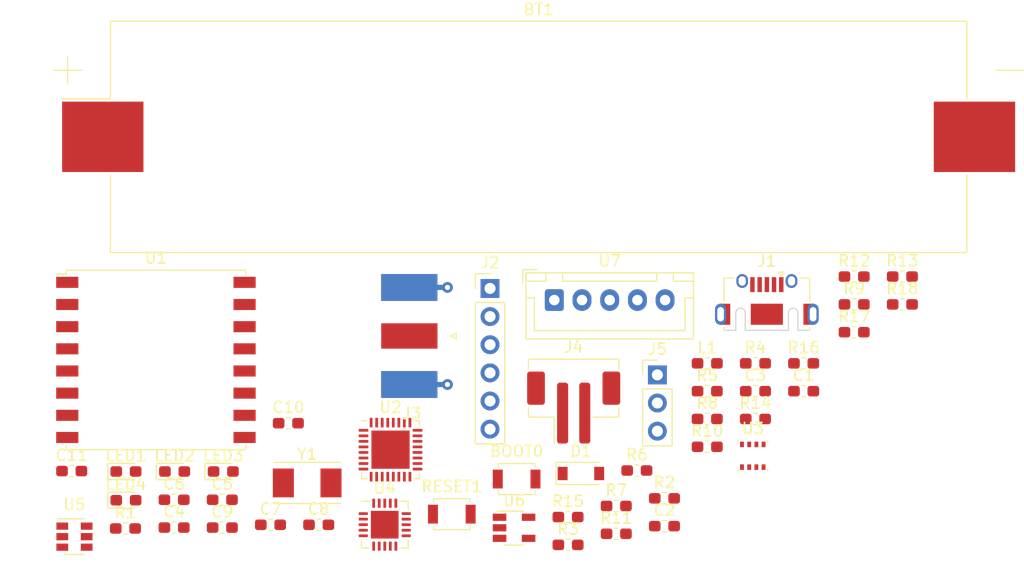
<source format=kicad_pcb>
(kicad_pcb (version 20171130) (host pcbnew "(5.1.6)-1")

  (general
    (thickness 1.6)
    (drawings 0)
    (tracks 0)
    (zones 0)
    (modules 51)
    (nets 56)
  )

  (page A4)
  (layers
    (0 F.Cu signal)
    (31 B.Cu signal)
    (32 B.Adhes user)
    (33 F.Adhes user)
    (34 B.Paste user)
    (35 F.Paste user)
    (36 B.SilkS user)
    (37 F.SilkS user)
    (38 B.Mask user)
    (39 F.Mask user)
    (40 Dwgs.User user)
    (41 Cmts.User user)
    (42 Eco1.User user)
    (43 Eco2.User user)
    (44 Edge.Cuts user)
    (45 Margin user)
    (46 B.CrtYd user)
    (47 F.CrtYd user)
    (48 B.Fab user)
    (49 F.Fab user)
  )

  (setup
    (last_trace_width 0.25)
    (trace_clearance 0.2)
    (zone_clearance 0.508)
    (zone_45_only no)
    (trace_min 0.2)
    (via_size 0.8)
    (via_drill 0.4)
    (via_min_size 0.4)
    (via_min_drill 0.3)
    (uvia_size 0.3)
    (uvia_drill 0.1)
    (uvias_allowed no)
    (uvia_min_size 0.2)
    (uvia_min_drill 0.1)
    (edge_width 0.05)
    (segment_width 0.2)
    (pcb_text_width 0.3)
    (pcb_text_size 1.5 1.5)
    (mod_edge_width 0.12)
    (mod_text_size 1 1)
    (mod_text_width 0.15)
    (pad_size 1.524 1.524)
    (pad_drill 0.762)
    (pad_to_mask_clearance 0.05)
    (aux_axis_origin 0 0)
    (visible_elements FFFFFF7F)
    (pcbplotparams
      (layerselection 0x010fc_ffffffff)
      (usegerberextensions false)
      (usegerberattributes true)
      (usegerberadvancedattributes true)
      (creategerberjobfile true)
      (excludeedgelayer true)
      (linewidth 0.100000)
      (plotframeref false)
      (viasonmask false)
      (mode 1)
      (useauxorigin false)
      (hpglpennumber 1)
      (hpglpenspeed 20)
      (hpglpendiameter 15.000000)
      (psnegative false)
      (psa4output false)
      (plotreference true)
      (plotvalue true)
      (plotinvisibletext false)
      (padsonsilk false)
      (subtractmaskfromsilk false)
      (outputformat 1)
      (mirror false)
      (drillshape 1)
      (scaleselection 1)
      (outputdirectory ""))
  )

  (net 0 "")
  (net 1 +3V3)
  (net 2 BOOT0)
  (net 3 GND)
  (net 4 +BATT)
  (net 5 "Net-(C3-Pad1)")
  (net 6 "Net-(C4-Pad1)")
  (net 7 VS)
  (net 8 VCC)
  (net 9 +5V)
  (net 10 "Net-(D1-Pad2)")
  (net 11 USB-D-)
  (net 12 "Net-(J1-Pad1)")
  (net 13 USB-D+)
  (net 14 "Net-(J1-Pad4)")
  (net 15 RESET)
  (net 16 SWCLK)
  (net 17 SWDIO)
  (net 18 "Net-(J3-Pad1)")
  (net 19 DEBUG-RX)
  (net 20 DEBUG-TX)
  (net 21 "Net-(L1-Pad2)")
  (net 22 "Net-(LED1-Pad2)")
  (net 23 PG)
  (net 24 "Net-(LED2-Pad1)")
  (net 25 STAT1)
  (net 26 "Net-(LED3-Pad1)")
  (net 27 STAT2)
  (net 28 "Net-(LED4-Pad1)")
  (net 29 "Net-(R2-Pad2)")
  (net 30 "Net-(R3-Pad1)")
  (net 31 SDA)
  (net 32 SCL)
  (net 33 VBAT-MONITOR)
  (net 34 "Net-(R8-Pad1)")
  (net 35 "Net-(R10-Pad2)")
  (net 36 "Net-(R11-Pad2)")
  (net 37 "Net-(R12-Pad2)")
  (net 38 "Net-(R13-Pad1)")
  (net 39 "Net-(R15-Pad2)")
  (net 40 "Net-(U1-Pad16)")
  (net 41 DIO1)
  (net 42 DIO0)
  (net 43 "Net-(U1-Pad12)")
  (net 44 "Net-(U1-Pad11)")
  (net 45 "Net-(U1-Pad7)")
  (net 46 SSEL)
  (net 47 SCLK)
  (net 48 MOSI)
  (net 49 MISO)
  (net 50 "Net-(U2-Pad16)")
  (net 51 "Net-(U2-Pad25)")
  (net 52 SDS011-TX)
  (net 53 SDS011-RX)
  (net 54 5V-ENABLE)
  (net 55 "Net-(U6-Pad4)")

  (net_class Default "This is the default net class."
    (clearance 0.2)
    (trace_width 0.25)
    (via_dia 0.8)
    (via_drill 0.4)
    (uvia_dia 0.3)
    (uvia_drill 0.1)
    (add_net +3V3)
    (add_net +5V)
    (add_net +BATT)
    (add_net 5V-ENABLE)
    (add_net BOOT0)
    (add_net DEBUG-RX)
    (add_net DEBUG-TX)
    (add_net DIO0)
    (add_net DIO1)
    (add_net GND)
    (add_net MISO)
    (add_net MOSI)
    (add_net "Net-(C3-Pad1)")
    (add_net "Net-(C4-Pad1)")
    (add_net "Net-(D1-Pad2)")
    (add_net "Net-(J1-Pad1)")
    (add_net "Net-(J1-Pad4)")
    (add_net "Net-(J3-Pad1)")
    (add_net "Net-(L1-Pad2)")
    (add_net "Net-(LED1-Pad2)")
    (add_net "Net-(LED2-Pad1)")
    (add_net "Net-(LED3-Pad1)")
    (add_net "Net-(LED4-Pad1)")
    (add_net "Net-(R10-Pad2)")
    (add_net "Net-(R11-Pad2)")
    (add_net "Net-(R12-Pad2)")
    (add_net "Net-(R13-Pad1)")
    (add_net "Net-(R15-Pad2)")
    (add_net "Net-(R2-Pad2)")
    (add_net "Net-(R3-Pad1)")
    (add_net "Net-(R8-Pad1)")
    (add_net "Net-(U1-Pad11)")
    (add_net "Net-(U1-Pad12)")
    (add_net "Net-(U1-Pad16)")
    (add_net "Net-(U1-Pad7)")
    (add_net "Net-(U2-Pad16)")
    (add_net "Net-(U2-Pad25)")
    (add_net "Net-(U6-Pad4)")
    (add_net PG)
    (add_net RESET)
    (add_net SCL)
    (add_net SCLK)
    (add_net SDA)
    (add_net SDS011-RX)
    (add_net SDS011-TX)
    (add_net SSEL)
    (add_net STAT1)
    (add_net STAT2)
    (add_net SWCLK)
    (add_net SWDIO)
    (add_net USB-D+)
    (add_net USB-D-)
    (add_net VBAT-MONITOR)
    (add_net VCC)
    (add_net VS)
  )

  (module Crystal:Crystal_SMD_Abracon_ABM7-2Pin_6.0x3.5mm (layer F.Cu) (tedit 5B7D6636) (tstamp 5F81F4C3)
    (at 115.7 110.95)
    (descr "SMD Crystal Abracon ABM7, https://abracon.com/Resonators/abm7.pdf")
    (tags "SMD SMT crystal")
    (path /5F6CD547)
    (attr smd)
    (fp_text reference Y1 (at 0 -2.6) (layer F.SilkS)
      (effects (font (size 1 1) (thickness 0.15)))
    )
    (fp_text value Crystal (at 0 2.8) (layer F.Fab)
      (effects (font (size 1 1) (thickness 0.15)))
    )
    (fp_text user %R (at 0 -2.6) (layer F.Fab)
      (effects (font (size 1 1) (thickness 0.15)))
    )
    (fp_line (start -3 -1.75) (end -3 1.75) (layer F.Fab) (width 0.1))
    (fp_line (start -3 1.75) (end 3 1.75) (layer F.Fab) (width 0.1))
    (fp_line (start 3 -1.75) (end 3 1.75) (layer F.Fab) (width 0.1))
    (fp_line (start -3 -1.75) (end 3 -1.75) (layer F.Fab) (width 0.1))
    (fp_line (start -3 -1.86) (end 3 -1.86) (layer F.SilkS) (width 0.12))
    (fp_line (start -3 1.86) (end 3 1.86) (layer F.SilkS) (width 0.12))
    (fp_line (start -3.35 -2) (end 3.35 -2) (layer F.CrtYd) (width 0.05))
    (fp_line (start -3.35 -2) (end -3.35 2) (layer F.CrtYd) (width 0.05))
    (fp_line (start 3.35 2) (end 3.35 -2) (layer F.CrtYd) (width 0.05))
    (fp_line (start 3.35 2) (end -3.35 2) (layer F.CrtYd) (width 0.05))
    (pad 2 smd rect (at 2.15 0) (size 1.9 2.6) (layers F.Cu F.Paste F.Mask)
      (net 6 "Net-(C4-Pad1)"))
    (pad 1 smd rect (at -2.15 0) (size 1.9 2.6) (layers F.Cu F.Paste F.Mask)
      (net 5 "Net-(C3-Pad1)"))
    (model ${KISYS3DMOD}/Crystal.3dshapes/Crystal_SMD_Abracon_ABM7-2Pin_6.0x3.5mm.wrl
      (at (xyz 0 0 0))
      (scale (xyz 1 1 1))
      (rotate (xyz 0 0 0))
    )
  )

  (module Connector_JST:JST_XH_B5B-XH-A_1x05_P2.50mm_Vertical (layer F.Cu) (tedit 5C28146C) (tstamp 5F81F4B2)
    (at 138 94.45)
    (descr "JST XH series connector, B5B-XH-A (http://www.jst-mfg.com/product/pdf/eng/eXH.pdf), generated with kicad-footprint-generator")
    (tags "connector JST XH vertical")
    (path /5F9017EE)
    (fp_text reference U7 (at 5 -3.55) (layer F.SilkS)
      (effects (font (size 1 1) (thickness 0.15)))
    )
    (fp_text value SDS011 (at 5 4.6) (layer F.Fab)
      (effects (font (size 1 1) (thickness 0.15)))
    )
    (fp_text user %R (at 5 2.7) (layer F.Fab)
      (effects (font (size 1 1) (thickness 0.15)))
    )
    (fp_line (start -2.45 -2.35) (end -2.45 3.4) (layer F.Fab) (width 0.1))
    (fp_line (start -2.45 3.4) (end 12.45 3.4) (layer F.Fab) (width 0.1))
    (fp_line (start 12.45 3.4) (end 12.45 -2.35) (layer F.Fab) (width 0.1))
    (fp_line (start 12.45 -2.35) (end -2.45 -2.35) (layer F.Fab) (width 0.1))
    (fp_line (start -2.56 -2.46) (end -2.56 3.51) (layer F.SilkS) (width 0.12))
    (fp_line (start -2.56 3.51) (end 12.56 3.51) (layer F.SilkS) (width 0.12))
    (fp_line (start 12.56 3.51) (end 12.56 -2.46) (layer F.SilkS) (width 0.12))
    (fp_line (start 12.56 -2.46) (end -2.56 -2.46) (layer F.SilkS) (width 0.12))
    (fp_line (start -2.95 -2.85) (end -2.95 3.9) (layer F.CrtYd) (width 0.05))
    (fp_line (start -2.95 3.9) (end 12.95 3.9) (layer F.CrtYd) (width 0.05))
    (fp_line (start 12.95 3.9) (end 12.95 -2.85) (layer F.CrtYd) (width 0.05))
    (fp_line (start 12.95 -2.85) (end -2.95 -2.85) (layer F.CrtYd) (width 0.05))
    (fp_line (start -0.625 -2.35) (end 0 -1.35) (layer F.Fab) (width 0.1))
    (fp_line (start 0 -1.35) (end 0.625 -2.35) (layer F.Fab) (width 0.1))
    (fp_line (start 0.75 -2.45) (end 0.75 -1.7) (layer F.SilkS) (width 0.12))
    (fp_line (start 0.75 -1.7) (end 9.25 -1.7) (layer F.SilkS) (width 0.12))
    (fp_line (start 9.25 -1.7) (end 9.25 -2.45) (layer F.SilkS) (width 0.12))
    (fp_line (start 9.25 -2.45) (end 0.75 -2.45) (layer F.SilkS) (width 0.12))
    (fp_line (start -2.55 -2.45) (end -2.55 -1.7) (layer F.SilkS) (width 0.12))
    (fp_line (start -2.55 -1.7) (end -0.75 -1.7) (layer F.SilkS) (width 0.12))
    (fp_line (start -0.75 -1.7) (end -0.75 -2.45) (layer F.SilkS) (width 0.12))
    (fp_line (start -0.75 -2.45) (end -2.55 -2.45) (layer F.SilkS) (width 0.12))
    (fp_line (start 10.75 -2.45) (end 10.75 -1.7) (layer F.SilkS) (width 0.12))
    (fp_line (start 10.75 -1.7) (end 12.55 -1.7) (layer F.SilkS) (width 0.12))
    (fp_line (start 12.55 -1.7) (end 12.55 -2.45) (layer F.SilkS) (width 0.12))
    (fp_line (start 12.55 -2.45) (end 10.75 -2.45) (layer F.SilkS) (width 0.12))
    (fp_line (start -2.55 -0.2) (end -1.8 -0.2) (layer F.SilkS) (width 0.12))
    (fp_line (start -1.8 -0.2) (end -1.8 2.75) (layer F.SilkS) (width 0.12))
    (fp_line (start -1.8 2.75) (end 5 2.75) (layer F.SilkS) (width 0.12))
    (fp_line (start 12.55 -0.2) (end 11.8 -0.2) (layer F.SilkS) (width 0.12))
    (fp_line (start 11.8 -0.2) (end 11.8 2.75) (layer F.SilkS) (width 0.12))
    (fp_line (start 11.8 2.75) (end 5 2.75) (layer F.SilkS) (width 0.12))
    (fp_line (start -1.6 -2.75) (end -2.85 -2.75) (layer F.SilkS) (width 0.12))
    (fp_line (start -2.85 -2.75) (end -2.85 -1.5) (layer F.SilkS) (width 0.12))
    (pad 5 thru_hole oval (at 10 0) (size 1.7 1.95) (drill 0.95) (layers *.Cu *.Mask))
    (pad 4 thru_hole oval (at 7.5 0) (size 1.7 1.95) (drill 0.95) (layers *.Cu *.Mask)
      (net 9 +5V))
    (pad 3 thru_hole oval (at 5 0) (size 1.7 1.95) (drill 0.95) (layers *.Cu *.Mask)
      (net 3 GND))
    (pad 2 thru_hole oval (at 2.5 0) (size 1.7 1.95) (drill 0.95) (layers *.Cu *.Mask)
      (net 53 SDS011-RX))
    (pad 1 thru_hole roundrect (at 0 0) (size 1.7 1.95) (drill 0.95) (layers *.Cu *.Mask) (roundrect_rratio 0.147059)
      (net 52 SDS011-TX))
    (model ${KISYS3DMOD}/Connector_JST.3dshapes/JST_XH_B5B-XH-A_1x05_P2.50mm_Vertical.wrl
      (at (xyz 0 0 0))
      (scale (xyz 1 1 1))
      (rotate (xyz 0 0 0))
    )
  )

  (module Package_TO_SOT_SMD:TSOT-23-5 (layer F.Cu) (tedit 5A02FF57) (tstamp 5F81F486)
    (at 134.37 115)
    (descr "5-pin TSOT23 package, http://cds.linear.com/docs/en/packaging/SOT_5_05-08-1635.pdf")
    (tags TSOT-23-5)
    (path /5F9579F7)
    (attr smd)
    (fp_text reference U6 (at 0 -2.45) (layer F.SilkS)
      (effects (font (size 1 1) (thickness 0.15)))
    )
    (fp_text value AP2112K-3.3 (at 0 2.5) (layer F.Fab)
      (effects (font (size 1 1) (thickness 0.15)))
    )
    (fp_text user %R (at 0 0 90) (layer F.Fab)
      (effects (font (size 0.5 0.5) (thickness 0.075)))
    )
    (fp_line (start -0.88 1.56) (end 0.88 1.56) (layer F.SilkS) (width 0.12))
    (fp_line (start 0.88 -1.51) (end -1.55 -1.51) (layer F.SilkS) (width 0.12))
    (fp_line (start -0.88 -1) (end -0.43 -1.45) (layer F.Fab) (width 0.1))
    (fp_line (start 0.88 -1.45) (end -0.43 -1.45) (layer F.Fab) (width 0.1))
    (fp_line (start -0.88 -1) (end -0.88 1.45) (layer F.Fab) (width 0.1))
    (fp_line (start 0.88 1.45) (end -0.88 1.45) (layer F.Fab) (width 0.1))
    (fp_line (start 0.88 -1.45) (end 0.88 1.45) (layer F.Fab) (width 0.1))
    (fp_line (start -2.17 -1.7) (end 2.17 -1.7) (layer F.CrtYd) (width 0.05))
    (fp_line (start -2.17 -1.7) (end -2.17 1.7) (layer F.CrtYd) (width 0.05))
    (fp_line (start 2.17 1.7) (end 2.17 -1.7) (layer F.CrtYd) (width 0.05))
    (fp_line (start 2.17 1.7) (end -2.17 1.7) (layer F.CrtYd) (width 0.05))
    (pad 5 smd rect (at 1.31 -0.95) (size 1.22 0.65) (layers F.Cu F.Paste F.Mask)
      (net 1 +3V3))
    (pad 4 smd rect (at 1.31 0.95) (size 1.22 0.65) (layers F.Cu F.Paste F.Mask)
      (net 55 "Net-(U6-Pad4)"))
    (pad 3 smd rect (at -1.31 0.95) (size 1.22 0.65) (layers F.Cu F.Paste F.Mask)
      (net 39 "Net-(R15-Pad2)"))
    (pad 2 smd rect (at -1.31 0) (size 1.22 0.65) (layers F.Cu F.Paste F.Mask)
      (net 3 GND))
    (pad 1 smd rect (at -1.31 -0.95) (size 1.22 0.65) (layers F.Cu F.Paste F.Mask)
      (net 8 VCC))
    (model ${KISYS3DMOD}/Package_TO_SOT_SMD.3dshapes/TSOT-23-5.wrl
      (at (xyz 0 0 0))
      (scale (xyz 1 1 1))
      (rotate (xyz 0 0 0))
    )
  )

  (module Package_TO_SOT_SMD:SOT-23-6 (layer F.Cu) (tedit 5A02FF57) (tstamp 5F81F471)
    (at 94.7 115.8)
    (descr "6-pin SOT-23 package")
    (tags SOT-23-6)
    (path /5F89CDDB)
    (attr smd)
    (fp_text reference U5 (at 0 -2.9) (layer F.SilkS)
      (effects (font (size 1 1) (thickness 0.15)))
    )
    (fp_text value MCP16251T-I_CH (at 0 2.9) (layer F.Fab)
      (effects (font (size 1 1) (thickness 0.15)))
    )
    (fp_text user %R (at 0 0 90) (layer F.Fab)
      (effects (font (size 0.5 0.5) (thickness 0.075)))
    )
    (fp_line (start -0.9 1.61) (end 0.9 1.61) (layer F.SilkS) (width 0.12))
    (fp_line (start 0.9 -1.61) (end -1.55 -1.61) (layer F.SilkS) (width 0.12))
    (fp_line (start 1.9 -1.8) (end -1.9 -1.8) (layer F.CrtYd) (width 0.05))
    (fp_line (start 1.9 1.8) (end 1.9 -1.8) (layer F.CrtYd) (width 0.05))
    (fp_line (start -1.9 1.8) (end 1.9 1.8) (layer F.CrtYd) (width 0.05))
    (fp_line (start -1.9 -1.8) (end -1.9 1.8) (layer F.CrtYd) (width 0.05))
    (fp_line (start -0.9 -0.9) (end -0.25 -1.55) (layer F.Fab) (width 0.1))
    (fp_line (start 0.9 -1.55) (end -0.25 -1.55) (layer F.Fab) (width 0.1))
    (fp_line (start -0.9 -0.9) (end -0.9 1.55) (layer F.Fab) (width 0.1))
    (fp_line (start 0.9 1.55) (end -0.9 1.55) (layer F.Fab) (width 0.1))
    (fp_line (start 0.9 -1.55) (end 0.9 1.55) (layer F.Fab) (width 0.1))
    (pad 5 smd rect (at 1.1 0) (size 1.06 0.65) (layers F.Cu F.Paste F.Mask)
      (net 9 +5V))
    (pad 6 smd rect (at 1.1 -0.95) (size 1.06 0.65) (layers F.Cu F.Paste F.Mask)
      (net 8 VCC))
    (pad 4 smd rect (at 1.1 0.95) (size 1.06 0.65) (layers F.Cu F.Paste F.Mask)
      (net 38 "Net-(R13-Pad1)"))
    (pad 3 smd rect (at -1.1 0.95) (size 1.06 0.65) (layers F.Cu F.Paste F.Mask)
      (net 54 5V-ENABLE))
    (pad 2 smd rect (at -1.1 0) (size 1.06 0.65) (layers F.Cu F.Paste F.Mask)
      (net 3 GND))
    (pad 1 smd rect (at -1.1 -0.95) (size 1.06 0.65) (layers F.Cu F.Paste F.Mask)
      (net 21 "Net-(L1-Pad2)"))
    (model ${KISYS3DMOD}/Package_TO_SOT_SMD.3dshapes/SOT-23-6.wrl
      (at (xyz 0 0 0))
      (scale (xyz 1 1 1))
      (rotate (xyz 0 0 0))
    )
  )

  (module Package_DFN_QFN:QFN-20-1EP_4x4mm_P0.5mm_EP2.5x2.5mm (layer F.Cu) (tedit 5DC5F6A3) (tstamp 5F81F45B)
    (at 122.7 114.72)
    (descr "QFN, 20 Pin (http://ww1.microchip.com/downloads/en/PackagingSpec/00000049BQ.pdf#page=274), generated with kicad-footprint-generator ipc_noLead_generator.py")
    (tags "QFN NoLead")
    (path /5F81A926)
    (attr smd)
    (fp_text reference U4 (at 0 -3.3) (layer F.SilkS)
      (effects (font (size 1 1) (thickness 0.15)))
    )
    (fp_text value MCP73871-2CC (at 0 3.3) (layer F.Fab)
      (effects (font (size 1 1) (thickness 0.15)))
    )
    (fp_text user %R (at 0 0) (layer F.Fab)
      (effects (font (size 1 1) (thickness 0.15)))
    )
    (fp_line (start 1.385 -2.11) (end 2.11 -2.11) (layer F.SilkS) (width 0.12))
    (fp_line (start 2.11 -2.11) (end 2.11 -1.385) (layer F.SilkS) (width 0.12))
    (fp_line (start -1.385 2.11) (end -2.11 2.11) (layer F.SilkS) (width 0.12))
    (fp_line (start -2.11 2.11) (end -2.11 1.385) (layer F.SilkS) (width 0.12))
    (fp_line (start 1.385 2.11) (end 2.11 2.11) (layer F.SilkS) (width 0.12))
    (fp_line (start 2.11 2.11) (end 2.11 1.385) (layer F.SilkS) (width 0.12))
    (fp_line (start -1.385 -2.11) (end -2.11 -2.11) (layer F.SilkS) (width 0.12))
    (fp_line (start -1 -2) (end 2 -2) (layer F.Fab) (width 0.1))
    (fp_line (start 2 -2) (end 2 2) (layer F.Fab) (width 0.1))
    (fp_line (start 2 2) (end -2 2) (layer F.Fab) (width 0.1))
    (fp_line (start -2 2) (end -2 -1) (layer F.Fab) (width 0.1))
    (fp_line (start -2 -1) (end -1 -2) (layer F.Fab) (width 0.1))
    (fp_line (start -2.6 -2.6) (end -2.6 2.6) (layer F.CrtYd) (width 0.05))
    (fp_line (start -2.6 2.6) (end 2.6 2.6) (layer F.CrtYd) (width 0.05))
    (fp_line (start 2.6 2.6) (end 2.6 -2.6) (layer F.CrtYd) (width 0.05))
    (fp_line (start 2.6 -2.6) (end -2.6 -2.6) (layer F.CrtYd) (width 0.05))
    (pad "" smd roundrect (at 0.625 0.625) (size 1.01 1.01) (layers F.Paste) (roundrect_rratio 0.247525))
    (pad "" smd roundrect (at 0.625 -0.625) (size 1.01 1.01) (layers F.Paste) (roundrect_rratio 0.247525))
    (pad "" smd roundrect (at -0.625 0.625) (size 1.01 1.01) (layers F.Paste) (roundrect_rratio 0.247525))
    (pad "" smd roundrect (at -0.625 -0.625) (size 1.01 1.01) (layers F.Paste) (roundrect_rratio 0.247525))
    (pad 21 smd rect (at 0 0) (size 2.5 2.5) (layers F.Cu F.Mask)
      (net 3 GND))
    (pad 20 smd roundrect (at -1 -1.9375) (size 0.25 0.825) (layers F.Cu F.Paste F.Mask) (roundrect_rratio 0.25)
      (net 8 VCC))
    (pad 19 smd roundrect (at -0.5 -1.9375) (size 0.25 0.825) (layers F.Cu F.Paste F.Mask) (roundrect_rratio 0.25)
      (net 7 VS))
    (pad 18 smd roundrect (at 0 -1.9375) (size 0.25 0.825) (layers F.Cu F.Paste F.Mask) (roundrect_rratio 0.25)
      (net 7 VS))
    (pad 17 smd roundrect (at 0.5 -1.9375) (size 0.25 0.825) (layers F.Cu F.Paste F.Mask) (roundrect_rratio 0.25)
      (net 7 VS))
    (pad 16 smd roundrect (at 1 -1.9375) (size 0.25 0.825) (layers F.Cu F.Paste F.Mask) (roundrect_rratio 0.25)
      (net 4 +BATT))
    (pad 15 smd roundrect (at 1.9375 -1) (size 0.825 0.25) (layers F.Cu F.Paste F.Mask) (roundrect_rratio 0.25)
      (net 4 +BATT))
    (pad 14 smd roundrect (at 1.9375 -0.5) (size 0.825 0.25) (layers F.Cu F.Paste F.Mask) (roundrect_rratio 0.25)
      (net 4 +BATT))
    (pad 13 smd roundrect (at 1.9375 0) (size 0.825 0.25) (layers F.Cu F.Paste F.Mask) (roundrect_rratio 0.25)
      (net 35 "Net-(R10-Pad2)"))
    (pad 12 smd roundrect (at 1.9375 0.5) (size 0.825 0.25) (layers F.Cu F.Paste F.Mask) (roundrect_rratio 0.25)
      (net 36 "Net-(R11-Pad2)"))
    (pad 11 smd roundrect (at 1.9375 1) (size 0.825 0.25) (layers F.Cu F.Paste F.Mask) (roundrect_rratio 0.25)
      (net 3 GND))
    (pad 10 smd roundrect (at 1 1.9375) (size 0.25 0.825) (layers F.Cu F.Paste F.Mask) (roundrect_rratio 0.25)
      (net 3 GND))
    (pad 9 smd roundrect (at 0.5 1.9375) (size 0.25 0.825) (layers F.Cu F.Paste F.Mask) (roundrect_rratio 0.25)
      (net 7 VS))
    (pad 8 smd roundrect (at 0 1.9375) (size 0.25 0.825) (layers F.Cu F.Paste F.Mask) (roundrect_rratio 0.25)
      (net 25 STAT1))
    (pad 7 smd roundrect (at -0.5 1.9375) (size 0.25 0.825) (layers F.Cu F.Paste F.Mask) (roundrect_rratio 0.25)
      (net 27 STAT2))
    (pad 6 smd roundrect (at -1 1.9375) (size 0.25 0.825) (layers F.Cu F.Paste F.Mask) (roundrect_rratio 0.25)
      (net 23 PG))
    (pad 5 smd roundrect (at -1.9375 1) (size 0.825 0.25) (layers F.Cu F.Paste F.Mask) (roundrect_rratio 0.25)
      (net 37 "Net-(R12-Pad2)"))
    (pad 4 smd roundrect (at -1.9375 0.5) (size 0.825 0.25) (layers F.Cu F.Paste F.Mask) (roundrect_rratio 0.25)
      (net 7 VS))
    (pad 3 smd roundrect (at -1.9375 0) (size 0.825 0.25) (layers F.Cu F.Paste F.Mask) (roundrect_rratio 0.25)
      (net 7 VS))
    (pad 2 smd roundrect (at -1.9375 -0.5) (size 0.825 0.25) (layers F.Cu F.Paste F.Mask) (roundrect_rratio 0.25)
      (net 34 "Net-(R8-Pad1)"))
    (pad 1 smd roundrect (at -1.9375 -1) (size 0.825 0.25) (layers F.Cu F.Paste F.Mask) (roundrect_rratio 0.25)
      (net 8 VCC))
    (model ${KISYS3DMOD}/Package_DFN_QFN.3dshapes/QFN-20-1EP_4x4mm_P0.5mm_EP2.5x2.5mm.wrl
      (at (xyz 0 0 0))
      (scale (xyz 1 1 1))
      (rotate (xyz 0 0 0))
    )
  )

  (module Package_LGA:Bosch_LGA-8_2.5x2.5mm_P0.65mm_ClockwisePinNumbering (layer F.Cu) (tedit 5A0FA816) (tstamp 5F81F42D)
    (at 155.91 108.5)
    (descr LGA-8)
    (tags "lga land grid array")
    (path /5F6B328F)
    (attr smd)
    (fp_text reference U3 (at 0.015 -2.465) (layer F.SilkS)
      (effects (font (size 1 1) (thickness 0.15)))
    )
    (fp_text value BME280 (at 0.015 2.535) (layer F.Fab)
      (effects (font (size 1 1) (thickness 0.15)))
    )
    (fp_text user %R (at 0 0 180) (layer F.Fab)
      (effects (font (size 0.5 0.5) (thickness 0.075)))
    )
    (fp_line (start -1.35 1.36) (end -1.2 1.36) (layer F.SilkS) (width 0.1))
    (fp_line (start -1.25 -0.5) (end -0.5 -1.25) (layer F.Fab) (width 0.1))
    (fp_line (start -1.35 1.35) (end -1.35 1.2) (layer F.SilkS) (width 0.1))
    (fp_line (start 1.35 1.35) (end 1.35 1.2) (layer F.SilkS) (width 0.1))
    (fp_line (start 1.35 1.35) (end 1.2 1.35) (layer F.SilkS) (width 0.1))
    (fp_line (start 1.2 -1.35) (end 1.35 -1.35) (layer F.SilkS) (width 0.1))
    (fp_line (start 1.35 -1.35) (end 1.35 -1.2) (layer F.SilkS) (width 0.1))
    (fp_line (start -1.35 -1.2) (end -1.35 -1.45) (layer F.SilkS) (width 0.1))
    (fp_line (start -1.25 1.25) (end -1.25 -0.5) (layer F.Fab) (width 0.1))
    (fp_line (start -0.5 -1.25) (end 1.25 -1.25) (layer F.Fab) (width 0.1))
    (fp_line (start 1.25 -1.25) (end 1.25 1.25) (layer F.Fab) (width 0.1))
    (fp_line (start 1.25 1.25) (end -1.25 1.25) (layer F.Fab) (width 0.1))
    (fp_line (start -1.41 1.54) (end -1.41 -1.54) (layer F.CrtYd) (width 0.05))
    (fp_line (start -1.41 -1.54) (end 1.41 -1.54) (layer F.CrtYd) (width 0.05))
    (fp_line (start 1.41 -1.54) (end 1.41 1.54) (layer F.CrtYd) (width 0.05))
    (fp_line (start 1.41 1.54) (end -1.41 1.54) (layer F.CrtYd) (width 0.05))
    (pad 5 smd rect (at 0.975 1.025 90) (size 0.5 0.35) (layers F.Cu F.Paste F.Mask)
      (net 3 GND))
    (pad 6 smd rect (at 0.325 1.025 90) (size 0.5 0.35) (layers F.Cu F.Paste F.Mask)
      (net 1 +3V3))
    (pad 7 smd rect (at -0.325 1.025 90) (size 0.5 0.35) (layers F.Cu F.Paste F.Mask)
      (net 3 GND))
    (pad 8 smd rect (at -0.975 1.025 90) (size 0.5 0.35) (layers F.Cu F.Paste F.Mask)
      (net 1 +3V3))
    (pad 1 smd rect (at -0.975 -1.025 90) (size 0.5 0.35) (layers F.Cu F.Paste F.Mask)
      (net 3 GND))
    (pad 2 smd rect (at -0.325 -1.025 90) (size 0.5 0.35) (layers F.Cu F.Paste F.Mask)
      (net 1 +3V3))
    (pad 3 smd rect (at 0.325 -1.025 90) (size 0.5 0.35) (layers F.Cu F.Paste F.Mask)
      (net 31 SDA))
    (pad 4 smd rect (at 0.975 -1.025 90) (size 0.5 0.35) (layers F.Cu F.Paste F.Mask)
      (net 32 SCL))
    (model ${KISYS3DMOD}/Package_LGA.3dshapes/Bosch_LGA-8_2.5x2.5mm_P0.65mm_ClockwisePinNumbering.wrl
      (offset (xyz 0.01500000025472259 -0.03500000059435272 0))
      (scale (xyz 1 1 1))
      (rotate (xyz 0 0 0))
    )
  )

  (module Package_DFN_QFN:QFN-32-1EP_5x5mm_P0.5mm_EP3.45x3.45mm (layer F.Cu) (tedit 5DC5F6A4) (tstamp 5F81F410)
    (at 123.22 107.95)
    (descr "QFN, 32 Pin (http://www.analog.com/media/en/package-pcb-resources/package/pkg_pdf/ltc-legacy-qfn/QFN_32_05-08-1693.pdf), generated with kicad-footprint-generator ipc_noLead_generator.py")
    (tags "QFN NoLead")
    (path /5F6B45A7)
    (attr smd)
    (fp_text reference U2 (at 0 -3.82) (layer F.SilkS)
      (effects (font (size 1 1) (thickness 0.15)))
    )
    (fp_text value STM32L432KCUx (at 0 3.82) (layer F.Fab)
      (effects (font (size 1 1) (thickness 0.15)))
    )
    (fp_text user %R (at 0 0) (layer F.Fab)
      (effects (font (size 1 1) (thickness 0.15)))
    )
    (fp_line (start 2.135 -2.61) (end 2.61 -2.61) (layer F.SilkS) (width 0.12))
    (fp_line (start 2.61 -2.61) (end 2.61 -2.135) (layer F.SilkS) (width 0.12))
    (fp_line (start -2.135 2.61) (end -2.61 2.61) (layer F.SilkS) (width 0.12))
    (fp_line (start -2.61 2.61) (end -2.61 2.135) (layer F.SilkS) (width 0.12))
    (fp_line (start 2.135 2.61) (end 2.61 2.61) (layer F.SilkS) (width 0.12))
    (fp_line (start 2.61 2.61) (end 2.61 2.135) (layer F.SilkS) (width 0.12))
    (fp_line (start -2.135 -2.61) (end -2.61 -2.61) (layer F.SilkS) (width 0.12))
    (fp_line (start -1.5 -2.5) (end 2.5 -2.5) (layer F.Fab) (width 0.1))
    (fp_line (start 2.5 -2.5) (end 2.5 2.5) (layer F.Fab) (width 0.1))
    (fp_line (start 2.5 2.5) (end -2.5 2.5) (layer F.Fab) (width 0.1))
    (fp_line (start -2.5 2.5) (end -2.5 -1.5) (layer F.Fab) (width 0.1))
    (fp_line (start -2.5 -1.5) (end -1.5 -2.5) (layer F.Fab) (width 0.1))
    (fp_line (start -3.12 -3.12) (end -3.12 3.12) (layer F.CrtYd) (width 0.05))
    (fp_line (start -3.12 3.12) (end 3.12 3.12) (layer F.CrtYd) (width 0.05))
    (fp_line (start 3.12 3.12) (end 3.12 -3.12) (layer F.CrtYd) (width 0.05))
    (fp_line (start 3.12 -3.12) (end -3.12 -3.12) (layer F.CrtYd) (width 0.05))
    (pad "" smd roundrect (at 1.15 1.15) (size 0.93 0.93) (layers F.Paste) (roundrect_rratio 0.25))
    (pad "" smd roundrect (at 1.15 0) (size 0.93 0.93) (layers F.Paste) (roundrect_rratio 0.25))
    (pad "" smd roundrect (at 1.15 -1.15) (size 0.93 0.93) (layers F.Paste) (roundrect_rratio 0.25))
    (pad "" smd roundrect (at 0 1.15) (size 0.93 0.93) (layers F.Paste) (roundrect_rratio 0.25))
    (pad "" smd roundrect (at 0 0) (size 0.93 0.93) (layers F.Paste) (roundrect_rratio 0.25))
    (pad "" smd roundrect (at 0 -1.15) (size 0.93 0.93) (layers F.Paste) (roundrect_rratio 0.25))
    (pad "" smd roundrect (at -1.15 1.15) (size 0.93 0.93) (layers F.Paste) (roundrect_rratio 0.25))
    (pad "" smd roundrect (at -1.15 0) (size 0.93 0.93) (layers F.Paste) (roundrect_rratio 0.25))
    (pad "" smd roundrect (at -1.15 -1.15) (size 0.93 0.93) (layers F.Paste) (roundrect_rratio 0.25))
    (pad 33 smd rect (at 0 0) (size 3.45 3.45) (layers F.Cu F.Mask)
      (net 50 "Net-(U2-Pad16)"))
    (pad 32 smd roundrect (at -1.75 -2.4375) (size 0.25 0.875) (layers F.Cu F.Paste F.Mask) (roundrect_rratio 0.25)
      (net 50 "Net-(U2-Pad16)"))
    (pad 31 smd roundrect (at -1.25 -2.4375) (size 0.25 0.875) (layers F.Cu F.Paste F.Mask) (roundrect_rratio 0.25)
      (net 2 BOOT0))
    (pad 30 smd roundrect (at -0.75 -2.4375) (size 0.25 0.875) (layers F.Cu F.Paste F.Mask) (roundrect_rratio 0.25)
      (net 31 SDA))
    (pad 29 smd roundrect (at -0.25 -2.4375) (size 0.25 0.875) (layers F.Cu F.Paste F.Mask) (roundrect_rratio 0.25)
      (net 32 SCL))
    (pad 28 smd roundrect (at 0.25 -2.4375) (size 0.25 0.875) (layers F.Cu F.Paste F.Mask) (roundrect_rratio 0.25)
      (net 27 STAT2))
    (pad 27 smd roundrect (at 0.75 -2.4375) (size 0.25 0.875) (layers F.Cu F.Paste F.Mask) (roundrect_rratio 0.25)
      (net 25 STAT1))
    (pad 26 smd roundrect (at 1.25 -2.4375) (size 0.25 0.875) (layers F.Cu F.Paste F.Mask) (roundrect_rratio 0.25)
      (net 30 "Net-(R3-Pad1)"))
    (pad 25 smd roundrect (at 1.75 -2.4375) (size 0.25 0.875) (layers F.Cu F.Paste F.Mask) (roundrect_rratio 0.25)
      (net 51 "Net-(U2-Pad25)"))
    (pad 24 smd roundrect (at 2.4375 -1.75) (size 0.875 0.25) (layers F.Cu F.Paste F.Mask) (roundrect_rratio 0.25)
      (net 16 SWCLK))
    (pad 23 smd roundrect (at 2.4375 -1.25) (size 0.875 0.25) (layers F.Cu F.Paste F.Mask) (roundrect_rratio 0.25)
      (net 17 SWDIO))
    (pad 22 smd roundrect (at 2.4375 -0.75) (size 0.875 0.25) (layers F.Cu F.Paste F.Mask) (roundrect_rratio 0.25)
      (net 13 USB-D+))
    (pad 21 smd roundrect (at 2.4375 -0.25) (size 0.875 0.25) (layers F.Cu F.Paste F.Mask) (roundrect_rratio 0.25)
      (net 11 USB-D-))
    (pad 20 smd roundrect (at 2.4375 0.25) (size 0.875 0.25) (layers F.Cu F.Paste F.Mask) (roundrect_rratio 0.25)
      (net 52 SDS011-TX))
    (pad 19 smd roundrect (at 2.4375 0.75) (size 0.875 0.25) (layers F.Cu F.Paste F.Mask) (roundrect_rratio 0.25)
      (net 53 SDS011-RX))
    (pad 18 smd roundrect (at 2.4375 1.25) (size 0.875 0.25) (layers F.Cu F.Paste F.Mask) (roundrect_rratio 0.25)
      (net 54 5V-ENABLE))
    (pad 17 smd roundrect (at 2.4375 1.75) (size 0.875 0.25) (layers F.Cu F.Paste F.Mask) (roundrect_rratio 0.25)
      (net 1 +3V3))
    (pad 16 smd roundrect (at 1.75 2.4375) (size 0.25 0.875) (layers F.Cu F.Paste F.Mask) (roundrect_rratio 0.25)
      (net 50 "Net-(U2-Pad16)"))
    (pad 15 smd roundrect (at 1.25 2.4375) (size 0.25 0.875) (layers F.Cu F.Paste F.Mask) (roundrect_rratio 0.25)
      (net 23 PG))
    (pad 14 smd roundrect (at 0.75 2.4375) (size 0.25 0.875) (layers F.Cu F.Paste F.Mask) (roundrect_rratio 0.25)
      (net 46 SSEL))
    (pad 13 smd roundrect (at 0.25 2.4375) (size 0.25 0.875) (layers F.Cu F.Paste F.Mask) (roundrect_rratio 0.25)
      (net 48 MOSI))
    (pad 12 smd roundrect (at -0.25 2.4375) (size 0.25 0.875) (layers F.Cu F.Paste F.Mask) (roundrect_rratio 0.25)
      (net 49 MISO))
    (pad 11 smd roundrect (at -0.75 2.4375) (size 0.25 0.875) (layers F.Cu F.Paste F.Mask) (roundrect_rratio 0.25)
      (net 47 SCLK))
    (pad 10 smd roundrect (at -1.25 2.4375) (size 0.25 0.875) (layers F.Cu F.Paste F.Mask) (roundrect_rratio 0.25)
      (net 33 VBAT-MONITOR))
    (pad 9 smd roundrect (at -1.75 2.4375) (size 0.25 0.875) (layers F.Cu F.Paste F.Mask) (roundrect_rratio 0.25)
      (net 19 DEBUG-RX))
    (pad 8 smd roundrect (at -2.4375 1.75) (size 0.875 0.25) (layers F.Cu F.Paste F.Mask) (roundrect_rratio 0.25)
      (net 20 DEBUG-TX))
    (pad 7 smd roundrect (at -2.4375 1.25) (size 0.875 0.25) (layers F.Cu F.Paste F.Mask) (roundrect_rratio 0.25)
      (net 41 DIO1))
    (pad 6 smd roundrect (at -2.4375 0.75) (size 0.875 0.25) (layers F.Cu F.Paste F.Mask) (roundrect_rratio 0.25)
      (net 42 DIO0))
    (pad 5 smd roundrect (at -2.4375 0.25) (size 0.875 0.25) (layers F.Cu F.Paste F.Mask) (roundrect_rratio 0.25)
      (net 1 +3V3))
    (pad 4 smd roundrect (at -2.4375 -0.25) (size 0.875 0.25) (layers F.Cu F.Paste F.Mask) (roundrect_rratio 0.25)
      (net 15 RESET))
    (pad 3 smd roundrect (at -2.4375 -0.75) (size 0.875 0.25) (layers F.Cu F.Paste F.Mask) (roundrect_rratio 0.25)
      (net 6 "Net-(C4-Pad1)"))
    (pad 2 smd roundrect (at -2.4375 -1.25) (size 0.875 0.25) (layers F.Cu F.Paste F.Mask) (roundrect_rratio 0.25)
      (net 5 "Net-(C3-Pad1)"))
    (pad 1 smd roundrect (at -2.4375 -1.75) (size 0.875 0.25) (layers F.Cu F.Paste F.Mask) (roundrect_rratio 0.25)
      (net 1 +3V3))
    (model ${KISYS3DMOD}/Package_DFN_QFN.3dshapes/QFN-32-1EP_5x5mm_P0.5mm_EP3.45x3.45mm.wrl
      (at (xyz 0 0 0))
      (scale (xyz 1 1 1))
      (rotate (xyz 0 0 0))
    )
  )

  (module RF_Module:HOPERF_RFM9XW_SMD (layer F.Cu) (tedit 5C227243) (tstamp 5F81F3D1)
    (at 102.05 99.85)
    (descr "Low Power Long Range Transceiver Module SMD-16 (https://www.hoperf.com/data/upload/portal/20181127/5bfcbea20e9ef.pdf)")
    (tags "LoRa Low Power Long Range Transceiver Module")
    (path /5F6B6043)
    (attr smd)
    (fp_text reference U1 (at 0 -9.2) (layer F.SilkS)
      (effects (font (size 1 1) (thickness 0.15)))
    )
    (fp_text value RFM95W-868S2 (at 0 9.5) (layer F.Fab)
      (effects (font (size 1 1) (thickness 0.15)))
    )
    (fp_text user %R (at 0 0) (layer F.Fab)
      (effects (font (size 1 1) (thickness 0.15)))
    )
    (fp_line (start -7 -8) (end 8 -8) (layer F.Fab) (width 0.1))
    (fp_line (start 8 8) (end 8 -8) (layer F.Fab) (width 0.1))
    (fp_line (start -8 8) (end 8 8) (layer F.Fab) (width 0.1))
    (fp_line (start -8 8) (end -8 -7) (layer F.Fab) (width 0.1))
    (fp_line (start -9.25 -8.25) (end 9.25 -8.25) (layer F.CrtYd) (width 0.05))
    (fp_line (start 9.25 -8.25) (end 9.25 8.25) (layer F.CrtYd) (width 0.05))
    (fp_line (start -9.25 8.25) (end 9.25 8.25) (layer F.CrtYd) (width 0.05))
    (fp_line (start -9.25 8.25) (end -9.25 -8.25) (layer F.CrtYd) (width 0.05))
    (fp_line (start -8.1 -8.1) (end 8.1 -8.1) (layer F.SilkS) (width 0.12))
    (fp_line (start 8.1 -8.1) (end 8.1 -7.7) (layer F.SilkS) (width 0.12))
    (fp_line (start -8.1 7.7) (end -8.1 8.1) (layer F.SilkS) (width 0.12))
    (fp_line (start -8.1 8.1) (end 8.1 8.1) (layer F.SilkS) (width 0.12))
    (fp_line (start 8.1 8.1) (end 8.1 7.7) (layer F.SilkS) (width 0.12))
    (fp_line (start -8.1 -8.1) (end -8.1 -7.75) (layer F.SilkS) (width 0.12))
    (fp_line (start -8.1 -7.75) (end -9 -7.75) (layer F.SilkS) (width 0.12))
    (fp_line (start -7 -8) (end -8 -7) (layer F.Fab) (width 0.1))
    (pad 16 smd rect (at 8 -7) (size 2 1) (layers F.Cu F.Paste F.Mask)
      (net 40 "Net-(U1-Pad16)"))
    (pad 15 smd rect (at 8 -5) (size 2 1) (layers F.Cu F.Paste F.Mask)
      (net 41 DIO1))
    (pad 14 smd rect (at 8 -3) (size 2 1) (layers F.Cu F.Paste F.Mask)
      (net 42 DIO0))
    (pad 13 smd rect (at 8 -1) (size 2 1) (layers F.Cu F.Paste F.Mask)
      (net 1 +3V3))
    (pad 12 smd rect (at 8 1) (size 2 1) (layers F.Cu F.Paste F.Mask)
      (net 43 "Net-(U1-Pad12)"))
    (pad 11 smd rect (at 8 3) (size 2 1) (layers F.Cu F.Paste F.Mask)
      (net 44 "Net-(U1-Pad11)"))
    (pad 10 smd rect (at 8 5) (size 2 1) (layers F.Cu F.Paste F.Mask)
      (net 3 GND))
    (pad 9 smd rect (at 8 7) (size 2 1) (layers F.Cu F.Paste F.Mask)
      (net 18 "Net-(J3-Pad1)"))
    (pad 8 smd rect (at -8 7) (size 2 1) (layers F.Cu F.Paste F.Mask)
      (net 3 GND))
    (pad 7 smd rect (at -8 5) (size 2 1) (layers F.Cu F.Paste F.Mask)
      (net 45 "Net-(U1-Pad7)"))
    (pad 6 smd rect (at -8 3) (size 2 1) (layers F.Cu F.Paste F.Mask)
      (net 29 "Net-(R2-Pad2)"))
    (pad 5 smd rect (at -8 1) (size 2 1) (layers F.Cu F.Paste F.Mask)
      (net 46 SSEL))
    (pad 4 smd rect (at -8 -1) (size 2 1) (layers F.Cu F.Paste F.Mask)
      (net 47 SCLK))
    (pad 3 smd rect (at -8 -3) (size 2 1) (layers F.Cu F.Paste F.Mask)
      (net 48 MOSI))
    (pad 2 smd rect (at -8 -5) (size 2 1) (layers F.Cu F.Paste F.Mask)
      (net 49 MISO))
    (pad 1 smd rect (at -8 -7) (size 2 1) (layers F.Cu F.Paste F.Mask)
      (net 3 GND))
    (model ${KISYS3DMOD}/RF_Module.3dshapes/HOPERF_RFM9XW_SMD.wrl
      (at (xyz 0 0 0))
      (scale (xyz 1 1 1))
      (rotate (xyz 0 0 0))
    )
  )

  (module Button_Switch_SMD:SW_SPST_B3U-1000P (layer F.Cu) (tedit 5A02FC95) (tstamp 5F81F3AC)
    (at 128.75 113.77)
    (descr "Ultra-small-sized Tactile Switch with High Contact Reliability, Top-actuated Model, without Ground Terminal, without Boss")
    (tags "Tactile Switch")
    (path /5F7AAEEC)
    (attr smd)
    (fp_text reference RESET1 (at 0 -2.5) (layer F.SilkS)
      (effects (font (size 1 1) (thickness 0.15)))
    )
    (fp_text value RESET (at 0 2.5) (layer F.Fab)
      (effects (font (size 1 1) (thickness 0.15)))
    )
    (fp_text user %R (at 0 -2.5) (layer F.Fab)
      (effects (font (size 1 1) (thickness 0.15)))
    )
    (fp_line (start -2.4 1.65) (end 2.4 1.65) (layer F.CrtYd) (width 0.05))
    (fp_line (start 2.4 1.65) (end 2.4 -1.65) (layer F.CrtYd) (width 0.05))
    (fp_line (start 2.4 -1.65) (end -2.4 -1.65) (layer F.CrtYd) (width 0.05))
    (fp_line (start -2.4 -1.65) (end -2.4 1.65) (layer F.CrtYd) (width 0.05))
    (fp_line (start -1.65 1.1) (end -1.65 1.4) (layer F.SilkS) (width 0.12))
    (fp_line (start -1.65 1.4) (end 1.65 1.4) (layer F.SilkS) (width 0.12))
    (fp_line (start 1.65 1.4) (end 1.65 1.1) (layer F.SilkS) (width 0.12))
    (fp_line (start -1.65 -1.1) (end -1.65 -1.4) (layer F.SilkS) (width 0.12))
    (fp_line (start -1.65 -1.4) (end 1.65 -1.4) (layer F.SilkS) (width 0.12))
    (fp_line (start 1.65 -1.4) (end 1.65 -1.1) (layer F.SilkS) (width 0.12))
    (fp_line (start -1.5 -1.25) (end 1.5 -1.25) (layer F.Fab) (width 0.1))
    (fp_line (start 1.5 -1.25) (end 1.5 1.25) (layer F.Fab) (width 0.1))
    (fp_line (start 1.5 1.25) (end -1.5 1.25) (layer F.Fab) (width 0.1))
    (fp_line (start -1.5 1.25) (end -1.5 -1.25) (layer F.Fab) (width 0.1))
    (fp_circle (center 0 0) (end 0.75 0) (layer F.Fab) (width 0.1))
    (pad 2 smd rect (at 1.7 0) (size 0.9 1.7) (layers F.Cu F.Paste F.Mask)
      (net 3 GND))
    (pad 1 smd rect (at -1.7 0) (size 0.9 1.7) (layers F.Cu F.Paste F.Mask)
      (net 15 RESET))
    (model ${KISYS3DMOD}/Button_Switch_SMD.3dshapes/SW_SPST_B3U-1000P.wrl
      (at (xyz 0 0 0))
      (scale (xyz 1 1 1))
      (rotate (xyz 0 0 0))
    )
  )

  (module Capacitor_SMD:C_0603_1608Metric_Pad1.05x0.95mm_HandSolder (layer F.Cu) (tedit 5B301BBE) (tstamp 5F81F396)
    (at 169.41 94.84)
    (descr "Capacitor SMD 0603 (1608 Metric), square (rectangular) end terminal, IPC_7351 nominal with elongated pad for handsoldering. (Body size source: http://www.tortai-tech.com/upload/download/2011102023233369053.pdf), generated with kicad-footprint-generator")
    (tags "capacitor handsolder")
    (path /5F859930)
    (attr smd)
    (fp_text reference R18 (at 0 -1.43) (layer F.SilkS)
      (effects (font (size 1 1) (thickness 0.15)))
    )
    (fp_text value 1K (at 0 1.43) (layer F.Fab)
      (effects (font (size 1 1) (thickness 0.15)))
    )
    (fp_text user %R (at 0 0) (layer F.Fab)
      (effects (font (size 0.4 0.4) (thickness 0.06)))
    )
    (fp_line (start -0.8 0.4) (end -0.8 -0.4) (layer F.Fab) (width 0.1))
    (fp_line (start -0.8 -0.4) (end 0.8 -0.4) (layer F.Fab) (width 0.1))
    (fp_line (start 0.8 -0.4) (end 0.8 0.4) (layer F.Fab) (width 0.1))
    (fp_line (start 0.8 0.4) (end -0.8 0.4) (layer F.Fab) (width 0.1))
    (fp_line (start -0.171267 -0.51) (end 0.171267 -0.51) (layer F.SilkS) (width 0.12))
    (fp_line (start -0.171267 0.51) (end 0.171267 0.51) (layer F.SilkS) (width 0.12))
    (fp_line (start -1.65 0.73) (end -1.65 -0.73) (layer F.CrtYd) (width 0.05))
    (fp_line (start -1.65 -0.73) (end 1.65 -0.73) (layer F.CrtYd) (width 0.05))
    (fp_line (start 1.65 -0.73) (end 1.65 0.73) (layer F.CrtYd) (width 0.05))
    (fp_line (start 1.65 0.73) (end -1.65 0.73) (layer F.CrtYd) (width 0.05))
    (pad 2 smd roundrect (at 0.875 0) (size 1.05 0.95) (layers F.Cu F.Paste F.Mask) (roundrect_rratio 0.25)
      (net 28 "Net-(LED4-Pad1)"))
    (pad 1 smd roundrect (at -0.875 0) (size 1.05 0.95) (layers F.Cu F.Paste F.Mask) (roundrect_rratio 0.25)
      (net 7 VS))
    (model ${KISYS3DMOD}/Capacitor_SMD.3dshapes/C_0603_1608Metric.wrl
      (at (xyz 0 0 0))
      (scale (xyz 1 1 1))
      (rotate (xyz 0 0 0))
    )
  )

  (module Capacitor_SMD:C_0603_1608Metric_Pad1.05x0.95mm_HandSolder (layer F.Cu) (tedit 5B301BBE) (tstamp 5F81F385)
    (at 165.06 97.35)
    (descr "Capacitor SMD 0603 (1608 Metric), square (rectangular) end terminal, IPC_7351 nominal with elongated pad for handsoldering. (Body size source: http://www.tortai-tech.com/upload/download/2011102023233369053.pdf), generated with kicad-footprint-generator")
    (tags "capacitor handsolder")
    (path /5F85959A)
    (attr smd)
    (fp_text reference R17 (at 0 -1.43) (layer F.SilkS)
      (effects (font (size 1 1) (thickness 0.15)))
    )
    (fp_text value 1K (at 0 1.43) (layer F.Fab)
      (effects (font (size 1 1) (thickness 0.15)))
    )
    (fp_text user %R (at 0 0) (layer F.Fab)
      (effects (font (size 0.4 0.4) (thickness 0.06)))
    )
    (fp_line (start -0.8 0.4) (end -0.8 -0.4) (layer F.Fab) (width 0.1))
    (fp_line (start -0.8 -0.4) (end 0.8 -0.4) (layer F.Fab) (width 0.1))
    (fp_line (start 0.8 -0.4) (end 0.8 0.4) (layer F.Fab) (width 0.1))
    (fp_line (start 0.8 0.4) (end -0.8 0.4) (layer F.Fab) (width 0.1))
    (fp_line (start -0.171267 -0.51) (end 0.171267 -0.51) (layer F.SilkS) (width 0.12))
    (fp_line (start -0.171267 0.51) (end 0.171267 0.51) (layer F.SilkS) (width 0.12))
    (fp_line (start -1.65 0.73) (end -1.65 -0.73) (layer F.CrtYd) (width 0.05))
    (fp_line (start -1.65 -0.73) (end 1.65 -0.73) (layer F.CrtYd) (width 0.05))
    (fp_line (start 1.65 -0.73) (end 1.65 0.73) (layer F.CrtYd) (width 0.05))
    (fp_line (start 1.65 0.73) (end -1.65 0.73) (layer F.CrtYd) (width 0.05))
    (pad 2 smd roundrect (at 0.875 0) (size 1.05 0.95) (layers F.Cu F.Paste F.Mask) (roundrect_rratio 0.25)
      (net 26 "Net-(LED3-Pad1)"))
    (pad 1 smd roundrect (at -0.875 0) (size 1.05 0.95) (layers F.Cu F.Paste F.Mask) (roundrect_rratio 0.25)
      (net 7 VS))
    (model ${KISYS3DMOD}/Capacitor_SMD.3dshapes/C_0603_1608Metric.wrl
      (at (xyz 0 0 0))
      (scale (xyz 1 1 1))
      (rotate (xyz 0 0 0))
    )
  )

  (module Capacitor_SMD:C_0603_1608Metric_Pad1.05x0.95mm_HandSolder (layer F.Cu) (tedit 5B301BBE) (tstamp 5F81F374)
    (at 160.5 100.16)
    (descr "Capacitor SMD 0603 (1608 Metric), square (rectangular) end terminal, IPC_7351 nominal with elongated pad for handsoldering. (Body size source: http://www.tortai-tech.com/upload/download/2011102023233369053.pdf), generated with kicad-footprint-generator")
    (tags "capacitor handsolder")
    (path /5F85648D)
    (attr smd)
    (fp_text reference R16 (at 0 -1.43) (layer F.SilkS)
      (effects (font (size 1 1) (thickness 0.15)))
    )
    (fp_text value 1K (at 0 1.43) (layer F.Fab)
      (effects (font (size 1 1) (thickness 0.15)))
    )
    (fp_text user %R (at 0 0) (layer F.Fab)
      (effects (font (size 0.4 0.4) (thickness 0.06)))
    )
    (fp_line (start -0.8 0.4) (end -0.8 -0.4) (layer F.Fab) (width 0.1))
    (fp_line (start -0.8 -0.4) (end 0.8 -0.4) (layer F.Fab) (width 0.1))
    (fp_line (start 0.8 -0.4) (end 0.8 0.4) (layer F.Fab) (width 0.1))
    (fp_line (start 0.8 0.4) (end -0.8 0.4) (layer F.Fab) (width 0.1))
    (fp_line (start -0.171267 -0.51) (end 0.171267 -0.51) (layer F.SilkS) (width 0.12))
    (fp_line (start -0.171267 0.51) (end 0.171267 0.51) (layer F.SilkS) (width 0.12))
    (fp_line (start -1.65 0.73) (end -1.65 -0.73) (layer F.CrtYd) (width 0.05))
    (fp_line (start -1.65 -0.73) (end 1.65 -0.73) (layer F.CrtYd) (width 0.05))
    (fp_line (start 1.65 -0.73) (end 1.65 0.73) (layer F.CrtYd) (width 0.05))
    (fp_line (start 1.65 0.73) (end -1.65 0.73) (layer F.CrtYd) (width 0.05))
    (pad 2 smd roundrect (at 0.875 0) (size 1.05 0.95) (layers F.Cu F.Paste F.Mask) (roundrect_rratio 0.25)
      (net 24 "Net-(LED2-Pad1)"))
    (pad 1 smd roundrect (at -0.875 0) (size 1.05 0.95) (layers F.Cu F.Paste F.Mask) (roundrect_rratio 0.25)
      (net 7 VS))
    (model ${KISYS3DMOD}/Capacitor_SMD.3dshapes/C_0603_1608Metric.wrl
      (at (xyz 0 0 0))
      (scale (xyz 1 1 1))
      (rotate (xyz 0 0 0))
    )
  )

  (module Capacitor_SMD:C_0603_1608Metric_Pad1.05x0.95mm_HandSolder (layer F.Cu) (tedit 5B301BBE) (tstamp 5F81F363)
    (at 139.24 114.03)
    (descr "Capacitor SMD 0603 (1608 Metric), square (rectangular) end terminal, IPC_7351 nominal with elongated pad for handsoldering. (Body size source: http://www.tortai-tech.com/upload/download/2011102023233369053.pdf), generated with kicad-footprint-generator")
    (tags "capacitor handsolder")
    (path /5F96A3C4)
    (attr smd)
    (fp_text reference R15 (at 0 -1.43) (layer F.SilkS)
      (effects (font (size 1 1) (thickness 0.15)))
    )
    (fp_text value 100K (at 0 1.43) (layer F.Fab)
      (effects (font (size 1 1) (thickness 0.15)))
    )
    (fp_text user %R (at 0 0) (layer F.Fab)
      (effects (font (size 0.4 0.4) (thickness 0.06)))
    )
    (fp_line (start -0.8 0.4) (end -0.8 -0.4) (layer F.Fab) (width 0.1))
    (fp_line (start -0.8 -0.4) (end 0.8 -0.4) (layer F.Fab) (width 0.1))
    (fp_line (start 0.8 -0.4) (end 0.8 0.4) (layer F.Fab) (width 0.1))
    (fp_line (start 0.8 0.4) (end -0.8 0.4) (layer F.Fab) (width 0.1))
    (fp_line (start -0.171267 -0.51) (end 0.171267 -0.51) (layer F.SilkS) (width 0.12))
    (fp_line (start -0.171267 0.51) (end 0.171267 0.51) (layer F.SilkS) (width 0.12))
    (fp_line (start -1.65 0.73) (end -1.65 -0.73) (layer F.CrtYd) (width 0.05))
    (fp_line (start -1.65 -0.73) (end 1.65 -0.73) (layer F.CrtYd) (width 0.05))
    (fp_line (start 1.65 -0.73) (end 1.65 0.73) (layer F.CrtYd) (width 0.05))
    (fp_line (start 1.65 0.73) (end -1.65 0.73) (layer F.CrtYd) (width 0.05))
    (pad 2 smd roundrect (at 0.875 0) (size 1.05 0.95) (layers F.Cu F.Paste F.Mask) (roundrect_rratio 0.25)
      (net 39 "Net-(R15-Pad2)"))
    (pad 1 smd roundrect (at -0.875 0) (size 1.05 0.95) (layers F.Cu F.Paste F.Mask) (roundrect_rratio 0.25)
      (net 8 VCC))
    (model ${KISYS3DMOD}/Capacitor_SMD.3dshapes/C_0603_1608Metric.wrl
      (at (xyz 0 0 0))
      (scale (xyz 1 1 1))
      (rotate (xyz 0 0 0))
    )
  )

  (module Capacitor_SMD:C_0603_1608Metric_Pad1.05x0.95mm_HandSolder (layer F.Cu) (tedit 5B301BBE) (tstamp 5F81F352)
    (at 156.15 105.18)
    (descr "Capacitor SMD 0603 (1608 Metric), square (rectangular) end terminal, IPC_7351 nominal with elongated pad for handsoldering. (Body size source: http://www.tortai-tech.com/upload/download/2011102023233369053.pdf), generated with kicad-footprint-generator")
    (tags "capacitor handsolder")
    (path /5F8A3175)
    (attr smd)
    (fp_text reference R14 (at 0 -1.43) (layer F.SilkS)
      (effects (font (size 1 1) (thickness 0.15)))
    )
    (fp_text value 1M (at 0 1.43) (layer F.Fab)
      (effects (font (size 1 1) (thickness 0.15)))
    )
    (fp_text user %R (at 0 0) (layer F.Fab)
      (effects (font (size 0.4 0.4) (thickness 0.06)))
    )
    (fp_line (start -0.8 0.4) (end -0.8 -0.4) (layer F.Fab) (width 0.1))
    (fp_line (start -0.8 -0.4) (end 0.8 -0.4) (layer F.Fab) (width 0.1))
    (fp_line (start 0.8 -0.4) (end 0.8 0.4) (layer F.Fab) (width 0.1))
    (fp_line (start 0.8 0.4) (end -0.8 0.4) (layer F.Fab) (width 0.1))
    (fp_line (start -0.171267 -0.51) (end 0.171267 -0.51) (layer F.SilkS) (width 0.12))
    (fp_line (start -0.171267 0.51) (end 0.171267 0.51) (layer F.SilkS) (width 0.12))
    (fp_line (start -1.65 0.73) (end -1.65 -0.73) (layer F.CrtYd) (width 0.05))
    (fp_line (start -1.65 -0.73) (end 1.65 -0.73) (layer F.CrtYd) (width 0.05))
    (fp_line (start 1.65 -0.73) (end 1.65 0.73) (layer F.CrtYd) (width 0.05))
    (fp_line (start 1.65 0.73) (end -1.65 0.73) (layer F.CrtYd) (width 0.05))
    (pad 2 smd roundrect (at 0.875 0) (size 1.05 0.95) (layers F.Cu F.Paste F.Mask) (roundrect_rratio 0.25)
      (net 38 "Net-(R13-Pad1)"))
    (pad 1 smd roundrect (at -0.875 0) (size 1.05 0.95) (layers F.Cu F.Paste F.Mask) (roundrect_rratio 0.25)
      (net 3 GND))
    (model ${KISYS3DMOD}/Capacitor_SMD.3dshapes/C_0603_1608Metric.wrl
      (at (xyz 0 0 0))
      (scale (xyz 1 1 1))
      (rotate (xyz 0 0 0))
    )
  )

  (module Capacitor_SMD:C_0603_1608Metric_Pad1.05x0.95mm_HandSolder (layer F.Cu) (tedit 5B301BBE) (tstamp 5F81F341)
    (at 169.41 92.33)
    (descr "Capacitor SMD 0603 (1608 Metric), square (rectangular) end terminal, IPC_7351 nominal with elongated pad for handsoldering. (Body size source: http://www.tortai-tech.com/upload/download/2011102023233369053.pdf), generated with kicad-footprint-generator")
    (tags "capacitor handsolder")
    (path /5F8A1394)
    (attr smd)
    (fp_text reference R13 (at 0 -1.43) (layer F.SilkS)
      (effects (font (size 1 1) (thickness 0.15)))
    )
    (fp_text value 3,09M (at 0 1.43) (layer F.Fab)
      (effects (font (size 1 1) (thickness 0.15)))
    )
    (fp_text user %R (at 0 0) (layer F.Fab)
      (effects (font (size 0.4 0.4) (thickness 0.06)))
    )
    (fp_line (start -0.8 0.4) (end -0.8 -0.4) (layer F.Fab) (width 0.1))
    (fp_line (start -0.8 -0.4) (end 0.8 -0.4) (layer F.Fab) (width 0.1))
    (fp_line (start 0.8 -0.4) (end 0.8 0.4) (layer F.Fab) (width 0.1))
    (fp_line (start 0.8 0.4) (end -0.8 0.4) (layer F.Fab) (width 0.1))
    (fp_line (start -0.171267 -0.51) (end 0.171267 -0.51) (layer F.SilkS) (width 0.12))
    (fp_line (start -0.171267 0.51) (end 0.171267 0.51) (layer F.SilkS) (width 0.12))
    (fp_line (start -1.65 0.73) (end -1.65 -0.73) (layer F.CrtYd) (width 0.05))
    (fp_line (start -1.65 -0.73) (end 1.65 -0.73) (layer F.CrtYd) (width 0.05))
    (fp_line (start 1.65 -0.73) (end 1.65 0.73) (layer F.CrtYd) (width 0.05))
    (fp_line (start 1.65 0.73) (end -1.65 0.73) (layer F.CrtYd) (width 0.05))
    (pad 2 smd roundrect (at 0.875 0) (size 1.05 0.95) (layers F.Cu F.Paste F.Mask) (roundrect_rratio 0.25)
      (net 9 +5V))
    (pad 1 smd roundrect (at -0.875 0) (size 1.05 0.95) (layers F.Cu F.Paste F.Mask) (roundrect_rratio 0.25)
      (net 38 "Net-(R13-Pad1)"))
    (model ${KISYS3DMOD}/Capacitor_SMD.3dshapes/C_0603_1608Metric.wrl
      (at (xyz 0 0 0))
      (scale (xyz 1 1 1))
      (rotate (xyz 0 0 0))
    )
  )

  (module Capacitor_SMD:C_0603_1608Metric_Pad1.05x0.95mm_HandSolder (layer F.Cu) (tedit 5B301BBE) (tstamp 5F81F330)
    (at 165.06 92.33)
    (descr "Capacitor SMD 0603 (1608 Metric), square (rectangular) end terminal, IPC_7351 nominal with elongated pad for handsoldering. (Body size source: http://www.tortai-tech.com/upload/download/2011102023233369053.pdf), generated with kicad-footprint-generator")
    (tags "capacitor handsolder")
    (path /5F937712)
    (attr smd)
    (fp_text reference R12 (at 0 -1.43) (layer F.SilkS)
      (effects (font (size 1 1) (thickness 0.15)))
    )
    (fp_text value 10K (at 0 1.43) (layer F.Fab)
      (effects (font (size 1 1) (thickness 0.15)))
    )
    (fp_text user %R (at 0 0) (layer F.Fab)
      (effects (font (size 0.4 0.4) (thickness 0.06)))
    )
    (fp_line (start -0.8 0.4) (end -0.8 -0.4) (layer F.Fab) (width 0.1))
    (fp_line (start -0.8 -0.4) (end 0.8 -0.4) (layer F.Fab) (width 0.1))
    (fp_line (start 0.8 -0.4) (end 0.8 0.4) (layer F.Fab) (width 0.1))
    (fp_line (start 0.8 0.4) (end -0.8 0.4) (layer F.Fab) (width 0.1))
    (fp_line (start -0.171267 -0.51) (end 0.171267 -0.51) (layer F.SilkS) (width 0.12))
    (fp_line (start -0.171267 0.51) (end 0.171267 0.51) (layer F.SilkS) (width 0.12))
    (fp_line (start -1.65 0.73) (end -1.65 -0.73) (layer F.CrtYd) (width 0.05))
    (fp_line (start -1.65 -0.73) (end 1.65 -0.73) (layer F.CrtYd) (width 0.05))
    (fp_line (start 1.65 -0.73) (end 1.65 0.73) (layer F.CrtYd) (width 0.05))
    (fp_line (start 1.65 0.73) (end -1.65 0.73) (layer F.CrtYd) (width 0.05))
    (pad 2 smd roundrect (at 0.875 0) (size 1.05 0.95) (layers F.Cu F.Paste F.Mask) (roundrect_rratio 0.25)
      (net 37 "Net-(R12-Pad2)"))
    (pad 1 smd roundrect (at -0.875 0) (size 1.05 0.95) (layers F.Cu F.Paste F.Mask) (roundrect_rratio 0.25)
      (net 3 GND))
    (model ${KISYS3DMOD}/Capacitor_SMD.3dshapes/C_0603_1608Metric.wrl
      (at (xyz 0 0 0))
      (scale (xyz 1 1 1))
      (rotate (xyz 0 0 0))
    )
  )

  (module Capacitor_SMD:C_0603_1608Metric_Pad1.05x0.95mm_HandSolder (layer F.Cu) (tedit 5B301BBE) (tstamp 5F81F31F)
    (at 143.59 115.54)
    (descr "Capacitor SMD 0603 (1608 Metric), square (rectangular) end terminal, IPC_7351 nominal with elongated pad for handsoldering. (Body size source: http://www.tortai-tech.com/upload/download/2011102023233369053.pdf), generated with kicad-footprint-generator")
    (tags "capacitor handsolder")
    (path /5F8DBC8C)
    (attr smd)
    (fp_text reference R11 (at 0 -1.43) (layer F.SilkS)
      (effects (font (size 1 1) (thickness 0.15)))
    )
    (fp_text value 100K (at 0 1.43) (layer F.Fab)
      (effects (font (size 1 1) (thickness 0.15)))
    )
    (fp_text user %R (at 0 0) (layer F.Fab)
      (effects (font (size 0.4 0.4) (thickness 0.06)))
    )
    (fp_line (start -0.8 0.4) (end -0.8 -0.4) (layer F.Fab) (width 0.1))
    (fp_line (start -0.8 -0.4) (end 0.8 -0.4) (layer F.Fab) (width 0.1))
    (fp_line (start 0.8 -0.4) (end 0.8 0.4) (layer F.Fab) (width 0.1))
    (fp_line (start 0.8 0.4) (end -0.8 0.4) (layer F.Fab) (width 0.1))
    (fp_line (start -0.171267 -0.51) (end 0.171267 -0.51) (layer F.SilkS) (width 0.12))
    (fp_line (start -0.171267 0.51) (end 0.171267 0.51) (layer F.SilkS) (width 0.12))
    (fp_line (start -1.65 0.73) (end -1.65 -0.73) (layer F.CrtYd) (width 0.05))
    (fp_line (start -1.65 -0.73) (end 1.65 -0.73) (layer F.CrtYd) (width 0.05))
    (fp_line (start 1.65 -0.73) (end 1.65 0.73) (layer F.CrtYd) (width 0.05))
    (fp_line (start 1.65 0.73) (end -1.65 0.73) (layer F.CrtYd) (width 0.05))
    (pad 2 smd roundrect (at 0.875 0) (size 1.05 0.95) (layers F.Cu F.Paste F.Mask) (roundrect_rratio 0.25)
      (net 36 "Net-(R11-Pad2)"))
    (pad 1 smd roundrect (at -0.875 0) (size 1.05 0.95) (layers F.Cu F.Paste F.Mask) (roundrect_rratio 0.25)
      (net 3 GND))
    (model ${KISYS3DMOD}/Capacitor_SMD.3dshapes/C_0603_1608Metric.wrl
      (at (xyz 0 0 0))
      (scale (xyz 1 1 1))
      (rotate (xyz 0 0 0))
    )
  )

  (module Capacitor_SMD:C_0603_1608Metric_Pad1.05x0.95mm_HandSolder (layer F.Cu) (tedit 5B301BBE) (tstamp 5F81F30E)
    (at 151.8 107.69)
    (descr "Capacitor SMD 0603 (1608 Metric), square (rectangular) end terminal, IPC_7351 nominal with elongated pad for handsoldering. (Body size source: http://www.tortai-tech.com/upload/download/2011102023233369053.pdf), generated with kicad-footprint-generator")
    (tags "capacitor handsolder")
    (path /5F8DD649)
    (attr smd)
    (fp_text reference R10 (at 0 -1.43) (layer F.SilkS)
      (effects (font (size 1 1) (thickness 0.15)))
    )
    (fp_text value 2K (at 0 1.43) (layer F.Fab)
      (effects (font (size 1 1) (thickness 0.15)))
    )
    (fp_text user %R (at 0 0) (layer F.Fab)
      (effects (font (size 0.4 0.4) (thickness 0.06)))
    )
    (fp_line (start -0.8 0.4) (end -0.8 -0.4) (layer F.Fab) (width 0.1))
    (fp_line (start -0.8 -0.4) (end 0.8 -0.4) (layer F.Fab) (width 0.1))
    (fp_line (start 0.8 -0.4) (end 0.8 0.4) (layer F.Fab) (width 0.1))
    (fp_line (start 0.8 0.4) (end -0.8 0.4) (layer F.Fab) (width 0.1))
    (fp_line (start -0.171267 -0.51) (end 0.171267 -0.51) (layer F.SilkS) (width 0.12))
    (fp_line (start -0.171267 0.51) (end 0.171267 0.51) (layer F.SilkS) (width 0.12))
    (fp_line (start -1.65 0.73) (end -1.65 -0.73) (layer F.CrtYd) (width 0.05))
    (fp_line (start -1.65 -0.73) (end 1.65 -0.73) (layer F.CrtYd) (width 0.05))
    (fp_line (start 1.65 -0.73) (end 1.65 0.73) (layer F.CrtYd) (width 0.05))
    (fp_line (start 1.65 0.73) (end -1.65 0.73) (layer F.CrtYd) (width 0.05))
    (pad 2 smd roundrect (at 0.875 0) (size 1.05 0.95) (layers F.Cu F.Paste F.Mask) (roundrect_rratio 0.25)
      (net 35 "Net-(R10-Pad2)"))
    (pad 1 smd roundrect (at -0.875 0) (size 1.05 0.95) (layers F.Cu F.Paste F.Mask) (roundrect_rratio 0.25)
      (net 3 GND))
    (model ${KISYS3DMOD}/Capacitor_SMD.3dshapes/C_0603_1608Metric.wrl
      (at (xyz 0 0 0))
      (scale (xyz 1 1 1))
      (rotate (xyz 0 0 0))
    )
  )

  (module Capacitor_SMD:C_0603_1608Metric_Pad1.05x0.95mm_HandSolder (layer F.Cu) (tedit 5B301BBE) (tstamp 5F81F2FD)
    (at 165.06 94.84)
    (descr "Capacitor SMD 0603 (1608 Metric), square (rectangular) end terminal, IPC_7351 nominal with elongated pad for handsoldering. (Body size source: http://www.tortai-tech.com/upload/download/2011102023233369053.pdf), generated with kicad-footprint-generator")
    (tags "capacitor handsolder")
    (path /5F877E5E)
    (attr smd)
    (fp_text reference R9 (at 0 -1.43) (layer F.SilkS)
      (effects (font (size 1 1) (thickness 0.15)))
    )
    (fp_text value 100K (at 0 1.43) (layer F.Fab)
      (effects (font (size 1 1) (thickness 0.15)))
    )
    (fp_text user %R (at 0 0) (layer F.Fab)
      (effects (font (size 0.4 0.4) (thickness 0.06)))
    )
    (fp_line (start -0.8 0.4) (end -0.8 -0.4) (layer F.Fab) (width 0.1))
    (fp_line (start -0.8 -0.4) (end 0.8 -0.4) (layer F.Fab) (width 0.1))
    (fp_line (start 0.8 -0.4) (end 0.8 0.4) (layer F.Fab) (width 0.1))
    (fp_line (start 0.8 0.4) (end -0.8 0.4) (layer F.Fab) (width 0.1))
    (fp_line (start -0.171267 -0.51) (end 0.171267 -0.51) (layer F.SilkS) (width 0.12))
    (fp_line (start -0.171267 0.51) (end 0.171267 0.51) (layer F.SilkS) (width 0.12))
    (fp_line (start -1.65 0.73) (end -1.65 -0.73) (layer F.CrtYd) (width 0.05))
    (fp_line (start -1.65 -0.73) (end 1.65 -0.73) (layer F.CrtYd) (width 0.05))
    (fp_line (start 1.65 -0.73) (end 1.65 0.73) (layer F.CrtYd) (width 0.05))
    (fp_line (start 1.65 0.73) (end -1.65 0.73) (layer F.CrtYd) (width 0.05))
    (pad 2 smd roundrect (at 0.875 0) (size 1.05 0.95) (layers F.Cu F.Paste F.Mask) (roundrect_rratio 0.25)
      (net 34 "Net-(R8-Pad1)"))
    (pad 1 smd roundrect (at -0.875 0) (size 1.05 0.95) (layers F.Cu F.Paste F.Mask) (roundrect_rratio 0.25)
      (net 3 GND))
    (model ${KISYS3DMOD}/Capacitor_SMD.3dshapes/C_0603_1608Metric.wrl
      (at (xyz 0 0 0))
      (scale (xyz 1 1 1))
      (rotate (xyz 0 0 0))
    )
  )

  (module Capacitor_SMD:C_0603_1608Metric_Pad1.05x0.95mm_HandSolder (layer F.Cu) (tedit 5B301BBE) (tstamp 5F81F2EC)
    (at 151.8 105.18)
    (descr "Capacitor SMD 0603 (1608 Metric), square (rectangular) end terminal, IPC_7351 nominal with elongated pad for handsoldering. (Body size source: http://www.tortai-tech.com/upload/download/2011102023233369053.pdf), generated with kicad-footprint-generator")
    (tags "capacitor handsolder")
    (path /5F8772D5)
    (attr smd)
    (fp_text reference R8 (at 0 -1.43) (layer F.SilkS)
      (effects (font (size 1 1) (thickness 0.15)))
    )
    (fp_text value 270K (at 0 1.43) (layer F.Fab)
      (effects (font (size 1 1) (thickness 0.15)))
    )
    (fp_text user %R (at 0 0) (layer F.Fab)
      (effects (font (size 0.4 0.4) (thickness 0.06)))
    )
    (fp_line (start -0.8 0.4) (end -0.8 -0.4) (layer F.Fab) (width 0.1))
    (fp_line (start -0.8 -0.4) (end 0.8 -0.4) (layer F.Fab) (width 0.1))
    (fp_line (start 0.8 -0.4) (end 0.8 0.4) (layer F.Fab) (width 0.1))
    (fp_line (start 0.8 0.4) (end -0.8 0.4) (layer F.Fab) (width 0.1))
    (fp_line (start -0.171267 -0.51) (end 0.171267 -0.51) (layer F.SilkS) (width 0.12))
    (fp_line (start -0.171267 0.51) (end 0.171267 0.51) (layer F.SilkS) (width 0.12))
    (fp_line (start -1.65 0.73) (end -1.65 -0.73) (layer F.CrtYd) (width 0.05))
    (fp_line (start -1.65 -0.73) (end 1.65 -0.73) (layer F.CrtYd) (width 0.05))
    (fp_line (start 1.65 -0.73) (end 1.65 0.73) (layer F.CrtYd) (width 0.05))
    (fp_line (start 1.65 0.73) (end -1.65 0.73) (layer F.CrtYd) (width 0.05))
    (pad 2 smd roundrect (at 0.875 0) (size 1.05 0.95) (layers F.Cu F.Paste F.Mask) (roundrect_rratio 0.25)
      (net 7 VS))
    (pad 1 smd roundrect (at -0.875 0) (size 1.05 0.95) (layers F.Cu F.Paste F.Mask) (roundrect_rratio 0.25)
      (net 34 "Net-(R8-Pad1)"))
    (model ${KISYS3DMOD}/Capacitor_SMD.3dshapes/C_0603_1608Metric.wrl
      (at (xyz 0 0 0))
      (scale (xyz 1 1 1))
      (rotate (xyz 0 0 0))
    )
  )

  (module Capacitor_SMD:C_0603_1608Metric_Pad1.05x0.95mm_HandSolder (layer F.Cu) (tedit 5B301BBE) (tstamp 5F81F2DB)
    (at 143.59 113.03)
    (descr "Capacitor SMD 0603 (1608 Metric), square (rectangular) end terminal, IPC_7351 nominal with elongated pad for handsoldering. (Body size source: http://www.tortai-tech.com/upload/download/2011102023233369053.pdf), generated with kicad-footprint-generator")
    (tags "capacitor handsolder")
    (path /5F964BEA)
    (attr smd)
    (fp_text reference R7 (at 0 -1.43) (layer F.SilkS)
      (effects (font (size 1 1) (thickness 0.15)))
    )
    (fp_text value 100K (at 0 1.43) (layer F.Fab)
      (effects (font (size 1 1) (thickness 0.15)))
    )
    (fp_text user %R (at 0 0) (layer F.Fab)
      (effects (font (size 0.4 0.4) (thickness 0.06)))
    )
    (fp_line (start -0.8 0.4) (end -0.8 -0.4) (layer F.Fab) (width 0.1))
    (fp_line (start -0.8 -0.4) (end 0.8 -0.4) (layer F.Fab) (width 0.1))
    (fp_line (start 0.8 -0.4) (end 0.8 0.4) (layer F.Fab) (width 0.1))
    (fp_line (start 0.8 0.4) (end -0.8 0.4) (layer F.Fab) (width 0.1))
    (fp_line (start -0.171267 -0.51) (end 0.171267 -0.51) (layer F.SilkS) (width 0.12))
    (fp_line (start -0.171267 0.51) (end 0.171267 0.51) (layer F.SilkS) (width 0.12))
    (fp_line (start -1.65 0.73) (end -1.65 -0.73) (layer F.CrtYd) (width 0.05))
    (fp_line (start -1.65 -0.73) (end 1.65 -0.73) (layer F.CrtYd) (width 0.05))
    (fp_line (start 1.65 -0.73) (end 1.65 0.73) (layer F.CrtYd) (width 0.05))
    (fp_line (start 1.65 0.73) (end -1.65 0.73) (layer F.CrtYd) (width 0.05))
    (pad 2 smd roundrect (at 0.875 0) (size 1.05 0.95) (layers F.Cu F.Paste F.Mask) (roundrect_rratio 0.25)
      (net 33 VBAT-MONITOR))
    (pad 1 smd roundrect (at -0.875 0) (size 1.05 0.95) (layers F.Cu F.Paste F.Mask) (roundrect_rratio 0.25)
      (net 3 GND))
    (model ${KISYS3DMOD}/Capacitor_SMD.3dshapes/C_0603_1608Metric.wrl
      (at (xyz 0 0 0))
      (scale (xyz 1 1 1))
      (rotate (xyz 0 0 0))
    )
  )

  (module Capacitor_SMD:C_0603_1608Metric_Pad1.05x0.95mm_HandSolder (layer F.Cu) (tedit 5B301BBE) (tstamp 5F81F2CA)
    (at 145.45 109.83)
    (descr "Capacitor SMD 0603 (1608 Metric), square (rectangular) end terminal, IPC_7351 nominal with elongated pad for handsoldering. (Body size source: http://www.tortai-tech.com/upload/download/2011102023233369053.pdf), generated with kicad-footprint-generator")
    (tags "capacitor handsolder")
    (path /5F963E35)
    (attr smd)
    (fp_text reference R6 (at 0 -1.43) (layer F.SilkS)
      (effects (font (size 1 1) (thickness 0.15)))
    )
    (fp_text value 270K (at 0 1.43) (layer F.Fab)
      (effects (font (size 1 1) (thickness 0.15)))
    )
    (fp_text user %R (at 0 0) (layer F.Fab)
      (effects (font (size 0.4 0.4) (thickness 0.06)))
    )
    (fp_line (start -0.8 0.4) (end -0.8 -0.4) (layer F.Fab) (width 0.1))
    (fp_line (start -0.8 -0.4) (end 0.8 -0.4) (layer F.Fab) (width 0.1))
    (fp_line (start 0.8 -0.4) (end 0.8 0.4) (layer F.Fab) (width 0.1))
    (fp_line (start 0.8 0.4) (end -0.8 0.4) (layer F.Fab) (width 0.1))
    (fp_line (start -0.171267 -0.51) (end 0.171267 -0.51) (layer F.SilkS) (width 0.12))
    (fp_line (start -0.171267 0.51) (end 0.171267 0.51) (layer F.SilkS) (width 0.12))
    (fp_line (start -1.65 0.73) (end -1.65 -0.73) (layer F.CrtYd) (width 0.05))
    (fp_line (start -1.65 -0.73) (end 1.65 -0.73) (layer F.CrtYd) (width 0.05))
    (fp_line (start 1.65 -0.73) (end 1.65 0.73) (layer F.CrtYd) (width 0.05))
    (fp_line (start 1.65 0.73) (end -1.65 0.73) (layer F.CrtYd) (width 0.05))
    (pad 2 smd roundrect (at 0.875 0) (size 1.05 0.95) (layers F.Cu F.Paste F.Mask) (roundrect_rratio 0.25)
      (net 4 +BATT))
    (pad 1 smd roundrect (at -0.875 0) (size 1.05 0.95) (layers F.Cu F.Paste F.Mask) (roundrect_rratio 0.25)
      (net 33 VBAT-MONITOR))
    (model ${KISYS3DMOD}/Capacitor_SMD.3dshapes/C_0603_1608Metric.wrl
      (at (xyz 0 0 0))
      (scale (xyz 1 1 1))
      (rotate (xyz 0 0 0))
    )
  )

  (module Capacitor_SMD:C_0603_1608Metric_Pad1.05x0.95mm_HandSolder (layer F.Cu) (tedit 5B301BBE) (tstamp 5F81F2B9)
    (at 151.8 102.67)
    (descr "Capacitor SMD 0603 (1608 Metric), square (rectangular) end terminal, IPC_7351 nominal with elongated pad for handsoldering. (Body size source: http://www.tortai-tech.com/upload/download/2011102023233369053.pdf), generated with kicad-footprint-generator")
    (tags "capacitor handsolder")
    (path /5F729143)
    (attr smd)
    (fp_text reference R5 (at 0 -1.43) (layer F.SilkS)
      (effects (font (size 1 1) (thickness 0.15)))
    )
    (fp_text value 10k (at 0 1.43) (layer F.Fab)
      (effects (font (size 1 1) (thickness 0.15)))
    )
    (fp_text user %R (at 0 0) (layer F.Fab)
      (effects (font (size 0.4 0.4) (thickness 0.06)))
    )
    (fp_line (start -0.8 0.4) (end -0.8 -0.4) (layer F.Fab) (width 0.1))
    (fp_line (start -0.8 -0.4) (end 0.8 -0.4) (layer F.Fab) (width 0.1))
    (fp_line (start 0.8 -0.4) (end 0.8 0.4) (layer F.Fab) (width 0.1))
    (fp_line (start 0.8 0.4) (end -0.8 0.4) (layer F.Fab) (width 0.1))
    (fp_line (start -0.171267 -0.51) (end 0.171267 -0.51) (layer F.SilkS) (width 0.12))
    (fp_line (start -0.171267 0.51) (end 0.171267 0.51) (layer F.SilkS) (width 0.12))
    (fp_line (start -1.65 0.73) (end -1.65 -0.73) (layer F.CrtYd) (width 0.05))
    (fp_line (start -1.65 -0.73) (end 1.65 -0.73) (layer F.CrtYd) (width 0.05))
    (fp_line (start 1.65 -0.73) (end 1.65 0.73) (layer F.CrtYd) (width 0.05))
    (fp_line (start 1.65 0.73) (end -1.65 0.73) (layer F.CrtYd) (width 0.05))
    (pad 2 smd roundrect (at 0.875 0) (size 1.05 0.95) (layers F.Cu F.Paste F.Mask) (roundrect_rratio 0.25)
      (net 32 SCL))
    (pad 1 smd roundrect (at -0.875 0) (size 1.05 0.95) (layers F.Cu F.Paste F.Mask) (roundrect_rratio 0.25)
      (net 1 +3V3))
    (model ${KISYS3DMOD}/Capacitor_SMD.3dshapes/C_0603_1608Metric.wrl
      (at (xyz 0 0 0))
      (scale (xyz 1 1 1))
      (rotate (xyz 0 0 0))
    )
  )

  (module Capacitor_SMD:C_0603_1608Metric_Pad1.05x0.95mm_HandSolder (layer F.Cu) (tedit 5B301BBE) (tstamp 5F81F2A8)
    (at 156.15 100.16)
    (descr "Capacitor SMD 0603 (1608 Metric), square (rectangular) end terminal, IPC_7351 nominal with elongated pad for handsoldering. (Body size source: http://www.tortai-tech.com/upload/download/2011102023233369053.pdf), generated with kicad-footprint-generator")
    (tags "capacitor handsolder")
    (path /5F728487)
    (attr smd)
    (fp_text reference R4 (at 0 -1.43) (layer F.SilkS)
      (effects (font (size 1 1) (thickness 0.15)))
    )
    (fp_text value 10k (at 0 1.43) (layer F.Fab)
      (effects (font (size 1 1) (thickness 0.15)))
    )
    (fp_text user %R (at 0 0) (layer F.Fab)
      (effects (font (size 0.4 0.4) (thickness 0.06)))
    )
    (fp_line (start -0.8 0.4) (end -0.8 -0.4) (layer F.Fab) (width 0.1))
    (fp_line (start -0.8 -0.4) (end 0.8 -0.4) (layer F.Fab) (width 0.1))
    (fp_line (start 0.8 -0.4) (end 0.8 0.4) (layer F.Fab) (width 0.1))
    (fp_line (start 0.8 0.4) (end -0.8 0.4) (layer F.Fab) (width 0.1))
    (fp_line (start -0.171267 -0.51) (end 0.171267 -0.51) (layer F.SilkS) (width 0.12))
    (fp_line (start -0.171267 0.51) (end 0.171267 0.51) (layer F.SilkS) (width 0.12))
    (fp_line (start -1.65 0.73) (end -1.65 -0.73) (layer F.CrtYd) (width 0.05))
    (fp_line (start -1.65 -0.73) (end 1.65 -0.73) (layer F.CrtYd) (width 0.05))
    (fp_line (start 1.65 -0.73) (end 1.65 0.73) (layer F.CrtYd) (width 0.05))
    (fp_line (start 1.65 0.73) (end -1.65 0.73) (layer F.CrtYd) (width 0.05))
    (pad 2 smd roundrect (at 0.875 0) (size 1.05 0.95) (layers F.Cu F.Paste F.Mask) (roundrect_rratio 0.25)
      (net 31 SDA))
    (pad 1 smd roundrect (at -0.875 0) (size 1.05 0.95) (layers F.Cu F.Paste F.Mask) (roundrect_rratio 0.25)
      (net 1 +3V3))
    (model ${KISYS3DMOD}/Capacitor_SMD.3dshapes/C_0603_1608Metric.wrl
      (at (xyz 0 0 0))
      (scale (xyz 1 1 1))
      (rotate (xyz 0 0 0))
    )
  )

  (module Capacitor_SMD:C_0603_1608Metric_Pad1.05x0.95mm_HandSolder (layer F.Cu) (tedit 5B301BBE) (tstamp 5F81F297)
    (at 139.24 116.54)
    (descr "Capacitor SMD 0603 (1608 Metric), square (rectangular) end terminal, IPC_7351 nominal with elongated pad for handsoldering. (Body size source: http://www.tortai-tech.com/upload/download/2011102023233369053.pdf), generated with kicad-footprint-generator")
    (tags "capacitor handsolder")
    (path /5F6BB07B)
    (attr smd)
    (fp_text reference R3 (at 0 -1.43) (layer F.SilkS)
      (effects (font (size 1 1) (thickness 0.15)))
    )
    (fp_text value 1K (at 0 1.43) (layer F.Fab)
      (effects (font (size 1 1) (thickness 0.15)))
    )
    (fp_text user %R (at 0 0) (layer F.Fab)
      (effects (font (size 0.4 0.4) (thickness 0.06)))
    )
    (fp_line (start -0.8 0.4) (end -0.8 -0.4) (layer F.Fab) (width 0.1))
    (fp_line (start -0.8 -0.4) (end 0.8 -0.4) (layer F.Fab) (width 0.1))
    (fp_line (start 0.8 -0.4) (end 0.8 0.4) (layer F.Fab) (width 0.1))
    (fp_line (start 0.8 0.4) (end -0.8 0.4) (layer F.Fab) (width 0.1))
    (fp_line (start -0.171267 -0.51) (end 0.171267 -0.51) (layer F.SilkS) (width 0.12))
    (fp_line (start -0.171267 0.51) (end 0.171267 0.51) (layer F.SilkS) (width 0.12))
    (fp_line (start -1.65 0.73) (end -1.65 -0.73) (layer F.CrtYd) (width 0.05))
    (fp_line (start -1.65 -0.73) (end 1.65 -0.73) (layer F.CrtYd) (width 0.05))
    (fp_line (start 1.65 -0.73) (end 1.65 0.73) (layer F.CrtYd) (width 0.05))
    (fp_line (start 1.65 0.73) (end -1.65 0.73) (layer F.CrtYd) (width 0.05))
    (pad 2 smd roundrect (at 0.875 0) (size 1.05 0.95) (layers F.Cu F.Paste F.Mask) (roundrect_rratio 0.25)
      (net 22 "Net-(LED1-Pad2)"))
    (pad 1 smd roundrect (at -0.875 0) (size 1.05 0.95) (layers F.Cu F.Paste F.Mask) (roundrect_rratio 0.25)
      (net 30 "Net-(R3-Pad1)"))
    (model ${KISYS3DMOD}/Capacitor_SMD.3dshapes/C_0603_1608Metric.wrl
      (at (xyz 0 0 0))
      (scale (xyz 1 1 1))
      (rotate (xyz 0 0 0))
    )
  )

  (module Capacitor_SMD:C_0603_1608Metric_Pad1.05x0.95mm_HandSolder (layer F.Cu) (tedit 5B301BBE) (tstamp 5F81F286)
    (at 147.94 112.34)
    (descr "Capacitor SMD 0603 (1608 Metric), square (rectangular) end terminal, IPC_7351 nominal with elongated pad for handsoldering. (Body size source: http://www.tortai-tech.com/upload/download/2011102023233369053.pdf), generated with kicad-footprint-generator")
    (tags "capacitor handsolder")
    (path /5F7212F4)
    (attr smd)
    (fp_text reference R2 (at 0 -1.43) (layer F.SilkS)
      (effects (font (size 1 1) (thickness 0.15)))
    )
    (fp_text value 10K (at 0 1.43) (layer F.Fab)
      (effects (font (size 1 1) (thickness 0.15)))
    )
    (fp_text user %R (at 0 0) (layer F.Fab)
      (effects (font (size 0.4 0.4) (thickness 0.06)))
    )
    (fp_line (start -0.8 0.4) (end -0.8 -0.4) (layer F.Fab) (width 0.1))
    (fp_line (start -0.8 -0.4) (end 0.8 -0.4) (layer F.Fab) (width 0.1))
    (fp_line (start 0.8 -0.4) (end 0.8 0.4) (layer F.Fab) (width 0.1))
    (fp_line (start 0.8 0.4) (end -0.8 0.4) (layer F.Fab) (width 0.1))
    (fp_line (start -0.171267 -0.51) (end 0.171267 -0.51) (layer F.SilkS) (width 0.12))
    (fp_line (start -0.171267 0.51) (end 0.171267 0.51) (layer F.SilkS) (width 0.12))
    (fp_line (start -1.65 0.73) (end -1.65 -0.73) (layer F.CrtYd) (width 0.05))
    (fp_line (start -1.65 -0.73) (end 1.65 -0.73) (layer F.CrtYd) (width 0.05))
    (fp_line (start 1.65 -0.73) (end 1.65 0.73) (layer F.CrtYd) (width 0.05))
    (fp_line (start 1.65 0.73) (end -1.65 0.73) (layer F.CrtYd) (width 0.05))
    (pad 2 smd roundrect (at 0.875 0) (size 1.05 0.95) (layers F.Cu F.Paste F.Mask) (roundrect_rratio 0.25)
      (net 29 "Net-(R2-Pad2)"))
    (pad 1 smd roundrect (at -0.875 0) (size 1.05 0.95) (layers F.Cu F.Paste F.Mask) (roundrect_rratio 0.25)
      (net 1 +3V3))
    (model ${KISYS3DMOD}/Capacitor_SMD.3dshapes/C_0603_1608Metric.wrl
      (at (xyz 0 0 0))
      (scale (xyz 1 1 1))
      (rotate (xyz 0 0 0))
    )
  )

  (module Capacitor_SMD:C_0603_1608Metric_Pad1.05x0.95mm_HandSolder (layer F.Cu) (tedit 5B301BBE) (tstamp 5F81F275)
    (at 99.3 115.06)
    (descr "Capacitor SMD 0603 (1608 Metric), square (rectangular) end terminal, IPC_7351 nominal with elongated pad for handsoldering. (Body size source: http://www.tortai-tech.com/upload/download/2011102023233369053.pdf), generated with kicad-footprint-generator")
    (tags "capacitor handsolder")
    (path /5F6E05EE)
    (attr smd)
    (fp_text reference R1 (at 0 -1.43) (layer F.SilkS)
      (effects (font (size 1 1) (thickness 0.15)))
    )
    (fp_text value 10K (at 0 1.43) (layer F.Fab)
      (effects (font (size 1 1) (thickness 0.15)))
    )
    (fp_text user %R (at 0 0) (layer F.Fab)
      (effects (font (size 0.4 0.4) (thickness 0.06)))
    )
    (fp_line (start -0.8 0.4) (end -0.8 -0.4) (layer F.Fab) (width 0.1))
    (fp_line (start -0.8 -0.4) (end 0.8 -0.4) (layer F.Fab) (width 0.1))
    (fp_line (start 0.8 -0.4) (end 0.8 0.4) (layer F.Fab) (width 0.1))
    (fp_line (start 0.8 0.4) (end -0.8 0.4) (layer F.Fab) (width 0.1))
    (fp_line (start -0.171267 -0.51) (end 0.171267 -0.51) (layer F.SilkS) (width 0.12))
    (fp_line (start -0.171267 0.51) (end 0.171267 0.51) (layer F.SilkS) (width 0.12))
    (fp_line (start -1.65 0.73) (end -1.65 -0.73) (layer F.CrtYd) (width 0.05))
    (fp_line (start -1.65 -0.73) (end 1.65 -0.73) (layer F.CrtYd) (width 0.05))
    (fp_line (start 1.65 -0.73) (end 1.65 0.73) (layer F.CrtYd) (width 0.05))
    (fp_line (start 1.65 0.73) (end -1.65 0.73) (layer F.CrtYd) (width 0.05))
    (pad 2 smd roundrect (at 0.875 0) (size 1.05 0.95) (layers F.Cu F.Paste F.Mask) (roundrect_rratio 0.25)
      (net 3 GND))
    (pad 1 smd roundrect (at -0.875 0) (size 1.05 0.95) (layers F.Cu F.Paste F.Mask) (roundrect_rratio 0.25)
      (net 2 BOOT0))
    (model ${KISYS3DMOD}/Capacitor_SMD.3dshapes/C_0603_1608Metric.wrl
      (at (xyz 0 0 0))
      (scale (xyz 1 1 1))
      (rotate (xyz 0 0 0))
    )
  )

  (module LED_SMD:LED_0603_1608Metric_Pad1.05x0.95mm_HandSolder (layer F.Cu) (tedit 5B4B45C9) (tstamp 5F81F264)
    (at 99.345 112.51)
    (descr "LED SMD 0603 (1608 Metric), square (rectangular) end terminal, IPC_7351 nominal, (Body size source: http://www.tortai-tech.com/upload/download/2011102023233369053.pdf), generated with kicad-footprint-generator")
    (tags "LED handsolder")
    (path /5F85926C)
    (attr smd)
    (fp_text reference LED4 (at 0 -1.43) (layer F.SilkS)
      (effects (font (size 1 1) (thickness 0.15)))
    )
    (fp_text value LED (at 0 1.43) (layer F.Fab)
      (effects (font (size 1 1) (thickness 0.15)))
    )
    (fp_text user %R (at 0 0) (layer F.Fab)
      (effects (font (size 0.4 0.4) (thickness 0.06)))
    )
    (fp_line (start 0.8 -0.4) (end -0.5 -0.4) (layer F.Fab) (width 0.1))
    (fp_line (start -0.5 -0.4) (end -0.8 -0.1) (layer F.Fab) (width 0.1))
    (fp_line (start -0.8 -0.1) (end -0.8 0.4) (layer F.Fab) (width 0.1))
    (fp_line (start -0.8 0.4) (end 0.8 0.4) (layer F.Fab) (width 0.1))
    (fp_line (start 0.8 0.4) (end 0.8 -0.4) (layer F.Fab) (width 0.1))
    (fp_line (start 0.8 -0.735) (end -1.66 -0.735) (layer F.SilkS) (width 0.12))
    (fp_line (start -1.66 -0.735) (end -1.66 0.735) (layer F.SilkS) (width 0.12))
    (fp_line (start -1.66 0.735) (end 0.8 0.735) (layer F.SilkS) (width 0.12))
    (fp_line (start -1.65 0.73) (end -1.65 -0.73) (layer F.CrtYd) (width 0.05))
    (fp_line (start -1.65 -0.73) (end 1.65 -0.73) (layer F.CrtYd) (width 0.05))
    (fp_line (start 1.65 -0.73) (end 1.65 0.73) (layer F.CrtYd) (width 0.05))
    (fp_line (start 1.65 0.73) (end -1.65 0.73) (layer F.CrtYd) (width 0.05))
    (pad 2 smd roundrect (at 0.875 0) (size 1.05 0.95) (layers F.Cu F.Paste F.Mask) (roundrect_rratio 0.25)
      (net 27 STAT2))
    (pad 1 smd roundrect (at -0.875 0) (size 1.05 0.95) (layers F.Cu F.Paste F.Mask) (roundrect_rratio 0.25)
      (net 28 "Net-(LED4-Pad1)"))
    (model ${KISYS3DMOD}/LED_SMD.3dshapes/LED_0603_1608Metric.wrl
      (at (xyz 0 0 0))
      (scale (xyz 1 1 1))
      (rotate (xyz 0 0 0))
    )
  )

  (module LED_SMD:LED_0603_1608Metric_Pad1.05x0.95mm_HandSolder (layer F.Cu) (tedit 5B4B45C9) (tstamp 5F81F251)
    (at 108.125 109.92)
    (descr "LED SMD 0603 (1608 Metric), square (rectangular) end terminal, IPC_7351 nominal, (Body size source: http://www.tortai-tech.com/upload/download/2011102023233369053.pdf), generated with kicad-footprint-generator")
    (tags "LED handsolder")
    (path /5F858B5D)
    (attr smd)
    (fp_text reference LED3 (at 0 -1.43) (layer F.SilkS)
      (effects (font (size 1 1) (thickness 0.15)))
    )
    (fp_text value LED (at 0 1.43) (layer F.Fab)
      (effects (font (size 1 1) (thickness 0.15)))
    )
    (fp_text user %R (at 0 0) (layer F.Fab)
      (effects (font (size 0.4 0.4) (thickness 0.06)))
    )
    (fp_line (start 0.8 -0.4) (end -0.5 -0.4) (layer F.Fab) (width 0.1))
    (fp_line (start -0.5 -0.4) (end -0.8 -0.1) (layer F.Fab) (width 0.1))
    (fp_line (start -0.8 -0.1) (end -0.8 0.4) (layer F.Fab) (width 0.1))
    (fp_line (start -0.8 0.4) (end 0.8 0.4) (layer F.Fab) (width 0.1))
    (fp_line (start 0.8 0.4) (end 0.8 -0.4) (layer F.Fab) (width 0.1))
    (fp_line (start 0.8 -0.735) (end -1.66 -0.735) (layer F.SilkS) (width 0.12))
    (fp_line (start -1.66 -0.735) (end -1.66 0.735) (layer F.SilkS) (width 0.12))
    (fp_line (start -1.66 0.735) (end 0.8 0.735) (layer F.SilkS) (width 0.12))
    (fp_line (start -1.65 0.73) (end -1.65 -0.73) (layer F.CrtYd) (width 0.05))
    (fp_line (start -1.65 -0.73) (end 1.65 -0.73) (layer F.CrtYd) (width 0.05))
    (fp_line (start 1.65 -0.73) (end 1.65 0.73) (layer F.CrtYd) (width 0.05))
    (fp_line (start 1.65 0.73) (end -1.65 0.73) (layer F.CrtYd) (width 0.05))
    (pad 2 smd roundrect (at 0.875 0) (size 1.05 0.95) (layers F.Cu F.Paste F.Mask) (roundrect_rratio 0.25)
      (net 25 STAT1))
    (pad 1 smd roundrect (at -0.875 0) (size 1.05 0.95) (layers F.Cu F.Paste F.Mask) (roundrect_rratio 0.25)
      (net 26 "Net-(LED3-Pad1)"))
    (model ${KISYS3DMOD}/LED_SMD.3dshapes/LED_0603_1608Metric.wrl
      (at (xyz 0 0 0))
      (scale (xyz 1 1 1))
      (rotate (xyz 0 0 0))
    )
  )

  (module LED_SMD:LED_0603_1608Metric_Pad1.05x0.95mm_HandSolder (layer F.Cu) (tedit 5B4B45C9) (tstamp 5F81F23E)
    (at 103.735 109.92)
    (descr "LED SMD 0603 (1608 Metric), square (rectangular) end terminal, IPC_7351 nominal, (Body size source: http://www.tortai-tech.com/upload/download/2011102023233369053.pdf), generated with kicad-footprint-generator")
    (tags "LED handsolder")
    (path /5F854BA2)
    (attr smd)
    (fp_text reference LED2 (at 0 -1.43) (layer F.SilkS)
      (effects (font (size 1 1) (thickness 0.15)))
    )
    (fp_text value LED (at 0 1.43) (layer F.Fab)
      (effects (font (size 1 1) (thickness 0.15)))
    )
    (fp_text user %R (at 0 0) (layer F.Fab)
      (effects (font (size 0.4 0.4) (thickness 0.06)))
    )
    (fp_line (start 0.8 -0.4) (end -0.5 -0.4) (layer F.Fab) (width 0.1))
    (fp_line (start -0.5 -0.4) (end -0.8 -0.1) (layer F.Fab) (width 0.1))
    (fp_line (start -0.8 -0.1) (end -0.8 0.4) (layer F.Fab) (width 0.1))
    (fp_line (start -0.8 0.4) (end 0.8 0.4) (layer F.Fab) (width 0.1))
    (fp_line (start 0.8 0.4) (end 0.8 -0.4) (layer F.Fab) (width 0.1))
    (fp_line (start 0.8 -0.735) (end -1.66 -0.735) (layer F.SilkS) (width 0.12))
    (fp_line (start -1.66 -0.735) (end -1.66 0.735) (layer F.SilkS) (width 0.12))
    (fp_line (start -1.66 0.735) (end 0.8 0.735) (layer F.SilkS) (width 0.12))
    (fp_line (start -1.65 0.73) (end -1.65 -0.73) (layer F.CrtYd) (width 0.05))
    (fp_line (start -1.65 -0.73) (end 1.65 -0.73) (layer F.CrtYd) (width 0.05))
    (fp_line (start 1.65 -0.73) (end 1.65 0.73) (layer F.CrtYd) (width 0.05))
    (fp_line (start 1.65 0.73) (end -1.65 0.73) (layer F.CrtYd) (width 0.05))
    (pad 2 smd roundrect (at 0.875 0) (size 1.05 0.95) (layers F.Cu F.Paste F.Mask) (roundrect_rratio 0.25)
      (net 23 PG))
    (pad 1 smd roundrect (at -0.875 0) (size 1.05 0.95) (layers F.Cu F.Paste F.Mask) (roundrect_rratio 0.25)
      (net 24 "Net-(LED2-Pad1)"))
    (model ${KISYS3DMOD}/LED_SMD.3dshapes/LED_0603_1608Metric.wrl
      (at (xyz 0 0 0))
      (scale (xyz 1 1 1))
      (rotate (xyz 0 0 0))
    )
  )

  (module LED_SMD:LED_0603_1608Metric_Pad1.05x0.95mm_HandSolder (layer F.Cu) (tedit 5B4B45C9) (tstamp 5F81F22B)
    (at 99.345 109.92)
    (descr "LED SMD 0603 (1608 Metric), square (rectangular) end terminal, IPC_7351 nominal, (Body size source: http://www.tortai-tech.com/upload/download/2011102023233369053.pdf), generated with kicad-footprint-generator")
    (tags "LED handsolder")
    (path /5F6B95D9)
    (attr smd)
    (fp_text reference LED1 (at 0 -1.43) (layer F.SilkS)
      (effects (font (size 1 1) (thickness 0.15)))
    )
    (fp_text value LED (at 0 1.43) (layer F.Fab)
      (effects (font (size 1 1) (thickness 0.15)))
    )
    (fp_text user %R (at 0 0) (layer F.Fab)
      (effects (font (size 0.4 0.4) (thickness 0.06)))
    )
    (fp_line (start 0.8 -0.4) (end -0.5 -0.4) (layer F.Fab) (width 0.1))
    (fp_line (start -0.5 -0.4) (end -0.8 -0.1) (layer F.Fab) (width 0.1))
    (fp_line (start -0.8 -0.1) (end -0.8 0.4) (layer F.Fab) (width 0.1))
    (fp_line (start -0.8 0.4) (end 0.8 0.4) (layer F.Fab) (width 0.1))
    (fp_line (start 0.8 0.4) (end 0.8 -0.4) (layer F.Fab) (width 0.1))
    (fp_line (start 0.8 -0.735) (end -1.66 -0.735) (layer F.SilkS) (width 0.12))
    (fp_line (start -1.66 -0.735) (end -1.66 0.735) (layer F.SilkS) (width 0.12))
    (fp_line (start -1.66 0.735) (end 0.8 0.735) (layer F.SilkS) (width 0.12))
    (fp_line (start -1.65 0.73) (end -1.65 -0.73) (layer F.CrtYd) (width 0.05))
    (fp_line (start -1.65 -0.73) (end 1.65 -0.73) (layer F.CrtYd) (width 0.05))
    (fp_line (start 1.65 -0.73) (end 1.65 0.73) (layer F.CrtYd) (width 0.05))
    (fp_line (start 1.65 0.73) (end -1.65 0.73) (layer F.CrtYd) (width 0.05))
    (pad 2 smd roundrect (at 0.875 0) (size 1.05 0.95) (layers F.Cu F.Paste F.Mask) (roundrect_rratio 0.25)
      (net 22 "Net-(LED1-Pad2)"))
    (pad 1 smd roundrect (at -0.875 0) (size 1.05 0.95) (layers F.Cu F.Paste F.Mask) (roundrect_rratio 0.25)
      (net 3 GND))
    (model ${KISYS3DMOD}/LED_SMD.3dshapes/LED_0603_1608Metric.wrl
      (at (xyz 0 0 0))
      (scale (xyz 1 1 1))
      (rotate (xyz 0 0 0))
    )
  )

  (module Capacitor_SMD:C_0603_1608Metric_Pad1.05x0.95mm_HandSolder (layer F.Cu) (tedit 5B301BBE) (tstamp 5F81F218)
    (at 151.8 100.16)
    (descr "Capacitor SMD 0603 (1608 Metric), square (rectangular) end terminal, IPC_7351 nominal with elongated pad for handsoldering. (Body size source: http://www.tortai-tech.com/upload/download/2011102023233369053.pdf), generated with kicad-footprint-generator")
    (tags "capacitor handsolder")
    (path /5F8A9375)
    (attr smd)
    (fp_text reference L1 (at 0 -1.43) (layer F.SilkS)
      (effects (font (size 1 1) (thickness 0.15)))
    )
    (fp_text value 4.7uH (at 0 1.43) (layer F.Fab)
      (effects (font (size 1 1) (thickness 0.15)))
    )
    (fp_text user %R (at 0 0) (layer F.Fab)
      (effects (font (size 0.4 0.4) (thickness 0.06)))
    )
    (fp_line (start -0.8 0.4) (end -0.8 -0.4) (layer F.Fab) (width 0.1))
    (fp_line (start -0.8 -0.4) (end 0.8 -0.4) (layer F.Fab) (width 0.1))
    (fp_line (start 0.8 -0.4) (end 0.8 0.4) (layer F.Fab) (width 0.1))
    (fp_line (start 0.8 0.4) (end -0.8 0.4) (layer F.Fab) (width 0.1))
    (fp_line (start -0.171267 -0.51) (end 0.171267 -0.51) (layer F.SilkS) (width 0.12))
    (fp_line (start -0.171267 0.51) (end 0.171267 0.51) (layer F.SilkS) (width 0.12))
    (fp_line (start -1.65 0.73) (end -1.65 -0.73) (layer F.CrtYd) (width 0.05))
    (fp_line (start -1.65 -0.73) (end 1.65 -0.73) (layer F.CrtYd) (width 0.05))
    (fp_line (start 1.65 -0.73) (end 1.65 0.73) (layer F.CrtYd) (width 0.05))
    (fp_line (start 1.65 0.73) (end -1.65 0.73) (layer F.CrtYd) (width 0.05))
    (pad 2 smd roundrect (at 0.875 0) (size 1.05 0.95) (layers F.Cu F.Paste F.Mask) (roundrect_rratio 0.25)
      (net 21 "Net-(L1-Pad2)"))
    (pad 1 smd roundrect (at -0.875 0) (size 1.05 0.95) (layers F.Cu F.Paste F.Mask) (roundrect_rratio 0.25)
      (net 8 VCC))
    (model ${KISYS3DMOD}/Capacitor_SMD.3dshapes/C_0603_1608Metric.wrl
      (at (xyz 0 0 0))
      (scale (xyz 1 1 1))
      (rotate (xyz 0 0 0))
    )
  )

  (module Connector_PinHeader_2.54mm:PinHeader_1x03_P2.54mm_Vertical (layer F.Cu) (tedit 59FED5CC) (tstamp 5F81F207)
    (at 147.3 101.2)
    (descr "Through hole straight pin header, 1x03, 2.54mm pitch, single row")
    (tags "Through hole pin header THT 1x03 2.54mm single row")
    (path /5F991DF9)
    (fp_text reference J5 (at 0 -2.33) (layer F.SilkS)
      (effects (font (size 1 1) (thickness 0.15)))
    )
    (fp_text value Conn_01x03 (at 0 7.41) (layer F.Fab)
      (effects (font (size 1 1) (thickness 0.15)))
    )
    (fp_text user %R (at 0 2.54 90) (layer F.Fab)
      (effects (font (size 1 1) (thickness 0.15)))
    )
    (fp_line (start -0.635 -1.27) (end 1.27 -1.27) (layer F.Fab) (width 0.1))
    (fp_line (start 1.27 -1.27) (end 1.27 6.35) (layer F.Fab) (width 0.1))
    (fp_line (start 1.27 6.35) (end -1.27 6.35) (layer F.Fab) (width 0.1))
    (fp_line (start -1.27 6.35) (end -1.27 -0.635) (layer F.Fab) (width 0.1))
    (fp_line (start -1.27 -0.635) (end -0.635 -1.27) (layer F.Fab) (width 0.1))
    (fp_line (start -1.33 6.41) (end 1.33 6.41) (layer F.SilkS) (width 0.12))
    (fp_line (start -1.33 1.27) (end -1.33 6.41) (layer F.SilkS) (width 0.12))
    (fp_line (start 1.33 1.27) (end 1.33 6.41) (layer F.SilkS) (width 0.12))
    (fp_line (start -1.33 1.27) (end 1.33 1.27) (layer F.SilkS) (width 0.12))
    (fp_line (start -1.33 0) (end -1.33 -1.33) (layer F.SilkS) (width 0.12))
    (fp_line (start -1.33 -1.33) (end 0 -1.33) (layer F.SilkS) (width 0.12))
    (fp_line (start -1.8 -1.8) (end -1.8 6.85) (layer F.CrtYd) (width 0.05))
    (fp_line (start -1.8 6.85) (end 1.8 6.85) (layer F.CrtYd) (width 0.05))
    (fp_line (start 1.8 6.85) (end 1.8 -1.8) (layer F.CrtYd) (width 0.05))
    (fp_line (start 1.8 -1.8) (end -1.8 -1.8) (layer F.CrtYd) (width 0.05))
    (pad 3 thru_hole oval (at 0 5.08) (size 1.7 1.7) (drill 1) (layers *.Cu *.Mask)
      (net 3 GND))
    (pad 2 thru_hole oval (at 0 2.54) (size 1.7 1.7) (drill 1) (layers *.Cu *.Mask)
      (net 19 DEBUG-RX))
    (pad 1 thru_hole rect (at 0 0) (size 1.7 1.7) (drill 1) (layers *.Cu *.Mask)
      (net 20 DEBUG-TX))
    (model ${KISYS3DMOD}/Connector_PinHeader_2.54mm.3dshapes/PinHeader_1x03_P2.54mm_Vertical.wrl
      (at (xyz 0 0 0))
      (scale (xyz 1 1 1))
      (rotate (xyz 0 0 0))
    )
  )

  (module Connector_JST:JST_PH_B2B-PH-SM4-TB_1x02-1MP_P2.00mm_Vertical (layer F.Cu) (tedit 5B78AD87) (tstamp 5F81F1F0)
    (at 139.75 104.15)
    (descr "JST PH series connector, B2B-PH-SM4-TB (http://www.jst-mfg.com/product/pdf/eng/ePH.pdf), generated with kicad-footprint-generator")
    (tags "connector JST PH side entry")
    (path /5F946920)
    (attr smd)
    (fp_text reference J4 (at 0 -5.45) (layer F.SilkS)
      (effects (font (size 1 1) (thickness 0.15)))
    )
    (fp_text value SOLAR (at 0 4.45) (layer F.Fab)
      (effects (font (size 1 1) (thickness 0.15)))
    )
    (fp_text user %R (at 0 -1) (layer F.Fab)
      (effects (font (size 1 1) (thickness 0.15)))
    )
    (fp_line (start -3.975 0.75) (end 3.975 0.75) (layer F.Fab) (width 0.1))
    (fp_line (start -4.085 0.01) (end -4.085 0.86) (layer F.SilkS) (width 0.12))
    (fp_line (start -4.085 0.86) (end -1.76 0.86) (layer F.SilkS) (width 0.12))
    (fp_line (start -1.76 0.86) (end -1.76 3.25) (layer F.SilkS) (width 0.12))
    (fp_line (start 4.085 0.01) (end 4.085 0.86) (layer F.SilkS) (width 0.12))
    (fp_line (start 4.085 0.86) (end 1.76 0.86) (layer F.SilkS) (width 0.12))
    (fp_line (start -4.085 -3.51) (end -4.085 -4.36) (layer F.SilkS) (width 0.12))
    (fp_line (start -4.085 -4.36) (end 4.085 -4.36) (layer F.SilkS) (width 0.12))
    (fp_line (start 4.085 -4.36) (end 4.085 -3.51) (layer F.SilkS) (width 0.12))
    (fp_line (start -3.975 -4.25) (end 3.975 -4.25) (layer F.Fab) (width 0.1))
    (fp_line (start -3.975 0.75) (end -3.975 -4.25) (layer F.Fab) (width 0.1))
    (fp_line (start 3.975 0.75) (end 3.975 -4.25) (layer F.Fab) (width 0.1))
    (fp_line (start -1.25 -2.75) (end -1.25 -2.25) (layer F.Fab) (width 0.1))
    (fp_line (start -1.25 -2.25) (end -0.75 -2.25) (layer F.Fab) (width 0.1))
    (fp_line (start -0.75 -2.25) (end -0.75 -2.75) (layer F.Fab) (width 0.1))
    (fp_line (start -0.75 -2.75) (end -1.25 -2.75) (layer F.Fab) (width 0.1))
    (fp_line (start 0.75 -2.75) (end 0.75 -2.25) (layer F.Fab) (width 0.1))
    (fp_line (start 0.75 -2.25) (end 1.25 -2.25) (layer F.Fab) (width 0.1))
    (fp_line (start 1.25 -2.25) (end 1.25 -2.75) (layer F.Fab) (width 0.1))
    (fp_line (start 1.25 -2.75) (end 0.75 -2.75) (layer F.Fab) (width 0.1))
    (fp_line (start -4.7 -4.75) (end -4.7 3.75) (layer F.CrtYd) (width 0.05))
    (fp_line (start -4.7 3.75) (end 4.7 3.75) (layer F.CrtYd) (width 0.05))
    (fp_line (start 4.7 3.75) (end 4.7 -4.75) (layer F.CrtYd) (width 0.05))
    (fp_line (start 4.7 -4.75) (end -4.7 -4.75) (layer F.CrtYd) (width 0.05))
    (fp_line (start -1.5 0.75) (end -1 0.042893) (layer F.Fab) (width 0.1))
    (fp_line (start -1 0.042893) (end -0.5 0.75) (layer F.Fab) (width 0.1))
    (pad MP smd roundrect (at 3.4 -1.75) (size 1.6 3) (layers F.Cu F.Paste F.Mask) (roundrect_rratio 0.15625))
    (pad MP smd roundrect (at -3.4 -1.75) (size 1.6 3) (layers F.Cu F.Paste F.Mask) (roundrect_rratio 0.15625))
    (pad 2 smd roundrect (at 1 0.5) (size 1 5.5) (layers F.Cu F.Paste F.Mask) (roundrect_rratio 0.25)
      (net 3 GND))
    (pad 1 smd roundrect (at -1 0.5) (size 1 5.5) (layers F.Cu F.Paste F.Mask) (roundrect_rratio 0.25)
      (net 10 "Net-(D1-Pad2)"))
    (model ${KISYS3DMOD}/Connector_JST.3dshapes/JST_PH_B2B-PH-SM4-TB_1x02-1MP_P2.00mm_Vertical.wrl
      (at (xyz 0 0 0))
      (scale (xyz 1 1 1))
      (rotate (xyz 0 0 0))
    )
  )

  (module Connector_Coaxial:SMA_Molex_73251-1153_EdgeMount_Horizontal (layer F.Cu) (tedit 5A1B666F) (tstamp 5F81F1CD)
    (at 126.64 97.69)
    (descr "Molex SMA RF Connectors, Edge Mount, (http://www.molex.com/pdm_docs/sd/732511150_sd.pdf)")
    (tags "sma edge")
    (path /5F6C9F47)
    (attr smd)
    (fp_text reference J3 (at -1.5 7) (layer F.SilkS)
      (effects (font (size 1 1) (thickness 0.15)))
    )
    (fp_text value Conn_Coaxial (at -1.72 -7.11) (layer F.Fab)
      (effects (font (size 1 1) (thickness 0.15)))
    )
    (fp_text user %R (at -1.5 7) (layer F.Fab)
      (effects (font (size 1 1) (thickness 0.15)))
    )
    (fp_line (start 2.5 0.25) (end 2.5 -0.25) (layer F.Fab) (width 0.1))
    (fp_line (start 2 0) (end 2.5 0.25) (layer F.Fab) (width 0.1))
    (fp_line (start 2.5 -0.25) (end 2 0) (layer F.Fab) (width 0.1))
    (fp_line (start 2.5 0.25) (end 2 0) (layer F.SilkS) (width 0.12))
    (fp_line (start 2.5 -0.25) (end 2.5 0.25) (layer F.SilkS) (width 0.12))
    (fp_line (start 2 0) (end 2.5 -0.25) (layer F.SilkS) (width 0.12))
    (fp_line (start -4.76 -0.38) (end 0.49 -0.38) (layer F.Fab) (width 0.1))
    (fp_line (start -4.76 0.38) (end 0.49 0.38) (layer F.Fab) (width 0.1))
    (fp_line (start 0.49 -0.38) (end 0.49 0.38) (layer F.Fab) (width 0.1))
    (fp_line (start 0.49 3.75) (end 0.49 4.76) (layer F.Fab) (width 0.1))
    (fp_line (start 0.49 -4.76) (end 0.49 -3.75) (layer F.Fab) (width 0.1))
    (fp_line (start -14.29 -6.09) (end -14.29 6.09) (layer F.CrtYd) (width 0.05))
    (fp_line (start -14.29 6.09) (end 2.71 6.09) (layer F.CrtYd) (width 0.05))
    (fp_line (start 2.71 -6.09) (end 2.71 6.09) (layer B.CrtYd) (width 0.05))
    (fp_line (start -14.29 -6.09) (end 2.71 -6.09) (layer B.CrtYd) (width 0.05))
    (fp_line (start -14.29 -6.09) (end -14.29 6.09) (layer B.CrtYd) (width 0.05))
    (fp_line (start -14.29 6.09) (end 2.71 6.09) (layer B.CrtYd) (width 0.05))
    (fp_line (start 2.71 -6.09) (end 2.71 6.09) (layer F.CrtYd) (width 0.05))
    (fp_line (start 2.71 -6.09) (end -14.29 -6.09) (layer F.CrtYd) (width 0.05))
    (fp_line (start -4.76 -3.75) (end 0.49 -3.75) (layer F.Fab) (width 0.1))
    (fp_line (start -4.76 3.75) (end 0.49 3.75) (layer F.Fab) (width 0.1))
    (fp_line (start -13.79 -2.65) (end -5.91 -2.65) (layer F.Fab) (width 0.1))
    (fp_line (start -13.79 -2.65) (end -13.79 2.65) (layer F.Fab) (width 0.1))
    (fp_line (start -13.79 2.65) (end -5.91 2.65) (layer F.Fab) (width 0.1))
    (fp_line (start -4.76 -3.75) (end -4.76 3.75) (layer F.Fab) (width 0.1))
    (fp_line (start 0.49 -4.76) (end -5.91 -4.76) (layer F.Fab) (width 0.1))
    (fp_line (start -5.91 -4.76) (end -5.91 4.76) (layer F.Fab) (width 0.1))
    (fp_line (start -5.91 4.76) (end 0.49 4.76) (layer F.Fab) (width 0.1))
    (pad 2 smd rect (at 1.27 4.38) (size 0.95 0.46) (layers B.Cu)
      (net 3 GND))
    (pad 2 smd rect (at 1.27 -4.38) (size 0.95 0.46) (layers B.Cu)
      (net 3 GND))
    (pad 2 smd rect (at 1.27 4.38) (size 0.95 0.46) (layers F.Cu)
      (net 3 GND))
    (pad 2 smd rect (at 1.27 -4.38) (size 0.95 0.46) (layers F.Cu)
      (net 3 GND))
    (pad 2 thru_hole circle (at 1.72 4.38) (size 0.97 0.97) (drill 0.46) (layers *.Cu)
      (net 3 GND))
    (pad 2 thru_hole circle (at 1.72 -4.38) (size 0.97 0.97) (drill 0.46) (layers *.Cu)
      (net 3 GND))
    (pad 2 smd rect (at -1.72 4.38) (size 5.08 2.42) (layers B.Cu B.Paste B.Mask)
      (net 3 GND))
    (pad 2 smd rect (at -1.72 -4.38) (size 5.08 2.42) (layers B.Cu B.Paste B.Mask)
      (net 3 GND))
    (pad 2 smd rect (at -1.72 4.38) (size 5.08 2.42) (layers F.Cu F.Paste F.Mask)
      (net 3 GND))
    (pad 2 smd rect (at -1.72 -4.38) (size 5.08 2.42) (layers F.Cu F.Paste F.Mask)
      (net 3 GND))
    (pad 1 smd rect (at -1.72 0) (size 5.08 2.29) (layers F.Cu F.Paste F.Mask)
      (net 18 "Net-(J3-Pad1)"))
    (model ${KISYS3DMOD}/Connector_Coaxial.3dshapes/SMA_Molex_73251-1153_EdgeMount_Horizontal.wrl
      (at (xyz 0 0 0))
      (scale (xyz 1 1 1))
      (rotate (xyz 0 0 0))
    )
  )

  (module Connector_PinHeader_2.54mm:PinHeader_1x06_P2.54mm_Vertical (layer F.Cu) (tedit 59FED5CC) (tstamp 5F81F1A1)
    (at 132.2 93.4)
    (descr "Through hole straight pin header, 1x06, 2.54mm pitch, single row")
    (tags "Through hole pin header THT 1x06 2.54mm single row")
    (path /5F82D0A6)
    (fp_text reference J2 (at 0 -2.33) (layer F.SilkS)
      (effects (font (size 1 1) (thickness 0.15)))
    )
    (fp_text value Conn_01x06 (at 0 15.03) (layer F.Fab)
      (effects (font (size 1 1) (thickness 0.15)))
    )
    (fp_text user %R (at 0 6.35 90) (layer F.Fab)
      (effects (font (size 1 1) (thickness 0.15)))
    )
    (fp_line (start -0.635 -1.27) (end 1.27 -1.27) (layer F.Fab) (width 0.1))
    (fp_line (start 1.27 -1.27) (end 1.27 13.97) (layer F.Fab) (width 0.1))
    (fp_line (start 1.27 13.97) (end -1.27 13.97) (layer F.Fab) (width 0.1))
    (fp_line (start -1.27 13.97) (end -1.27 -0.635) (layer F.Fab) (width 0.1))
    (fp_line (start -1.27 -0.635) (end -0.635 -1.27) (layer F.Fab) (width 0.1))
    (fp_line (start -1.33 14.03) (end 1.33 14.03) (layer F.SilkS) (width 0.12))
    (fp_line (start -1.33 1.27) (end -1.33 14.03) (layer F.SilkS) (width 0.12))
    (fp_line (start 1.33 1.27) (end 1.33 14.03) (layer F.SilkS) (width 0.12))
    (fp_line (start -1.33 1.27) (end 1.33 1.27) (layer F.SilkS) (width 0.12))
    (fp_line (start -1.33 0) (end -1.33 -1.33) (layer F.SilkS) (width 0.12))
    (fp_line (start -1.33 -1.33) (end 0 -1.33) (layer F.SilkS) (width 0.12))
    (fp_line (start -1.8 -1.8) (end -1.8 14.5) (layer F.CrtYd) (width 0.05))
    (fp_line (start -1.8 14.5) (end 1.8 14.5) (layer F.CrtYd) (width 0.05))
    (fp_line (start 1.8 14.5) (end 1.8 -1.8) (layer F.CrtYd) (width 0.05))
    (fp_line (start 1.8 -1.8) (end -1.8 -1.8) (layer F.CrtYd) (width 0.05))
    (pad 6 thru_hole oval (at 0 12.7) (size 1.7 1.7) (drill 1) (layers *.Cu *.Mask)
      (net 3 GND))
    (pad 5 thru_hole oval (at 0 10.16) (size 1.7 1.7) (drill 1) (layers *.Cu *.Mask)
      (net 1 +3V3))
    (pad 4 thru_hole oval (at 0 7.62) (size 1.7 1.7) (drill 1) (layers *.Cu *.Mask)
      (net 2 BOOT0))
    (pad 3 thru_hole oval (at 0 5.08) (size 1.7 1.7) (drill 1) (layers *.Cu *.Mask)
      (net 15 RESET))
    (pad 2 thru_hole oval (at 0 2.54) (size 1.7 1.7) (drill 1) (layers *.Cu *.Mask)
      (net 16 SWCLK))
    (pad 1 thru_hole rect (at 0 0) (size 1.7 1.7) (drill 1) (layers *.Cu *.Mask)
      (net 17 SWDIO))
    (model ${KISYS3DMOD}/Connector_PinHeader_2.54mm.3dshapes/PinHeader_1x06_P2.54mm_Vertical.wrl
      (at (xyz 0 0 0))
      (scale (xyz 1 1 1))
      (rotate (xyz 0 0 0))
    )
  )

  (module Connector_USB:USB_Micro-AB_Molex_47590-0001 (layer F.Cu) (tedit 5DAEB89E) (tstamp 5F81F187)
    (at 157.18 95.73)
    (descr "Micro USB AB receptable, right-angle inverted (https://www.molex.com/pdm_docs/sd/475900001_sd.pdf)")
    (tags "Micro AB USB SMD")
    (path /5F70FBB0)
    (attr smd)
    (fp_text reference J1 (at 0 -4.8 -180) (layer F.SilkS)
      (effects (font (size 1 1) (thickness 0.15)))
    )
    (fp_text value USB_B_Micro (at 0 3.5) (layer F.Fab)
      (effects (font (size 1 1) (thickness 0.15)))
    )
    (fp_text user "PCB Edge" (at 0 1.45) (layer Dwgs.User)
      (effects (font (size 0.4 0.4) (thickness 0.04)))
    )
    (fp_text user %R (at 0 -1.5) (layer F.Fab)
      (effects (font (size 1 1) (thickness 0.15)))
    )
    (fp_arc (start -2.375 -0.125) (end -2.8 -0.125) (angle 180) (layer Edge.Cuts) (width 0.1))
    (fp_arc (start 2.375 -0.125) (end 1.95 -0.125) (angle 180) (layer Edge.Cuts) (width 0.1))
    (fp_line (start 1 -3.8) (end 1.6 -3.8) (layer F.SilkS) (width 0.12))
    (fp_line (start 1.3 -3.5) (end 1.6 -3.8) (layer F.SilkS) (width 0.12))
    (fp_line (start 1.3 -3.5) (end 1 -3.8) (layer F.SilkS) (width 0.12))
    (fp_line (start -3.87 -3.27) (end -3 -3.27) (layer F.SilkS) (width 0.12))
    (fp_line (start -5.18 2.65) (end 5.18 2.65) (layer F.CrtYd) (width 0.05))
    (fp_line (start -5.18 -4.13) (end -5.18 2.65) (layer F.CrtYd) (width 0.05))
    (fp_line (start 5.18 -4.13) (end 5.18 2.65) (layer F.CrtYd) (width 0.05))
    (fp_line (start -5.18 -4.13) (end 5.18 -4.13) (layer F.CrtYd) (width 0.05))
    (fp_line (start -3.75 -3.15) (end 3.75 -3.15) (layer F.Fab) (width 0.1))
    (fp_line (start 3.75 -3.15) (end 3.75 1.45) (layer F.Fab) (width 0.1))
    (fp_line (start 2.8 1.45) (end 3.75 1.45) (layer Edge.Cuts) (width 0.1))
    (fp_line (start 2.8 -0.125) (end 2.8 1.45) (layer Edge.Cuts) (width 0.1))
    (fp_line (start 1.95 -0.125) (end 1.95 1.45) (layer Edge.Cuts) (width 0.1))
    (fp_line (start -1.95 1.45) (end 1.95 1.45) (layer Edge.Cuts) (width 0.1))
    (fp_line (start -1.95 -0.125) (end -1.95 1.45) (layer Edge.Cuts) (width 0.1))
    (fp_line (start -2.8 -0.125) (end -2.8 1.45) (layer Edge.Cuts) (width 0.1))
    (fp_line (start -3.75 1.45) (end -2.8 1.45) (layer Edge.Cuts) (width 0.1))
    (fp_line (start -3.75 -3.15) (end -3.75 1.45) (layer F.Fab) (width 0.1))
    (fp_line (start -3.75 2.15) (end 3.75 2.15) (layer F.Fab) (width 0.1))
    (fp_line (start 3.87 -3.27) (end 3.87 -1.2) (layer F.SilkS) (width 0.12))
    (fp_line (start -3.87 -3.27) (end -3.87 -1.2) (layer F.SilkS) (width 0.12))
    (fp_line (start 3 -3.27) (end 3.87 -3.27) (layer F.SilkS) (width 0.12))
    (fp_line (start 3.87 1.2) (end 3.87 1.45) (layer F.SilkS) (width 0.12))
    (fp_line (start -3.87 1.2) (end -3.87 1.45) (layer F.SilkS) (width 0.12))
    (fp_line (start -3.75 1.45) (end 3.75 1.45) (layer F.Fab) (width 0.1))
    (pad "" smd rect (at -3.5 0) (size 0.3 0.85) (layers F.Paste))
    (pad "" smd rect (at 3.5 0) (size 0.3 0.85) (layers F.Paste))
    (pad 6 smd rect (at -3.7375 0) (size 0.875 1.9) (layers F.Cu F.Mask)
      (net 3 GND))
    (pad 6 smd rect (at 3.7375 0) (size 0.875 1.9) (layers F.Cu F.Mask)
      (net 3 GND))
    (pad 6 smd rect (at 0 0) (size 2.9 1.9) (layers F.Cu F.Paste F.Mask)
      (net 3 GND))
    (pad 2 smd rect (at 0.65 -2.675) (size 0.4 1.35) (layers F.Cu F.Paste F.Mask)
      (net 11 USB-D-))
    (pad 6 thru_hole oval (at 4.175 0) (size 1 1.9) (drill oval 0.6 1.3) (layers *.Cu *.Mask)
      (net 3 GND))
    (pad 6 thru_hole oval (at -4.175 0) (size 1 1.9) (drill oval 0.6 1.3) (layers *.Cu *.Mask)
      (net 3 GND))
    (pad 6 thru_hole oval (at 2.225 -3) (size 1.05 1.25) (drill oval 0.65 0.85) (layers *.Cu *.Mask)
      (net 3 GND))
    (pad 1 smd rect (at 1.3 -2.675) (size 0.4 1.35) (layers F.Cu F.Paste F.Mask)
      (net 12 "Net-(J1-Pad1)"))
    (pad 3 smd rect (at 0 -2.675) (size 0.4 1.35) (layers F.Cu F.Paste F.Mask)
      (net 13 USB-D+))
    (pad 4 smd rect (at -0.65 -2.675) (size 0.4 1.35) (layers F.Cu F.Paste F.Mask)
      (net 14 "Net-(J1-Pad4)"))
    (pad 5 smd rect (at -1.3 -2.675) (size 0.4 1.35) (layers F.Cu F.Paste F.Mask)
      (net 3 GND))
    (pad 6 thru_hole oval (at -2.225 -3) (size 1.05 1.25) (drill oval 0.65 0.85) (layers *.Cu *.Mask)
      (net 3 GND))
    (model ${KISYS3DMOD}/Connector_USB.3dshapes/USB_Micro-AB_Molex_47590-0001.wrl
      (at (xyz 0 0 0))
      (scale (xyz 1 1 1))
      (rotate (xyz 0 0 0))
    )
  )

  (module Diode_SMD:D_SOD-123 (layer F.Cu) (tedit 58645DC7) (tstamp 5F81F158)
    (at 140.4 110.1)
    (descr SOD-123)
    (tags SOD-123)
    (path /5F8FCAB5)
    (attr smd)
    (fp_text reference D1 (at 0 -2) (layer F.SilkS)
      (effects (font (size 1 1) (thickness 0.15)))
    )
    (fp_text value MBR120 (at 0 2.1) (layer F.Fab)
      (effects (font (size 1 1) (thickness 0.15)))
    )
    (fp_text user %R (at 0 -2) (layer F.Fab)
      (effects (font (size 1 1) (thickness 0.15)))
    )
    (fp_line (start -2.25 -1) (end -2.25 1) (layer F.SilkS) (width 0.12))
    (fp_line (start 0.25 0) (end 0.75 0) (layer F.Fab) (width 0.1))
    (fp_line (start 0.25 0.4) (end -0.35 0) (layer F.Fab) (width 0.1))
    (fp_line (start 0.25 -0.4) (end 0.25 0.4) (layer F.Fab) (width 0.1))
    (fp_line (start -0.35 0) (end 0.25 -0.4) (layer F.Fab) (width 0.1))
    (fp_line (start -0.35 0) (end -0.35 0.55) (layer F.Fab) (width 0.1))
    (fp_line (start -0.35 0) (end -0.35 -0.55) (layer F.Fab) (width 0.1))
    (fp_line (start -0.75 0) (end -0.35 0) (layer F.Fab) (width 0.1))
    (fp_line (start -1.4 0.9) (end -1.4 -0.9) (layer F.Fab) (width 0.1))
    (fp_line (start 1.4 0.9) (end -1.4 0.9) (layer F.Fab) (width 0.1))
    (fp_line (start 1.4 -0.9) (end 1.4 0.9) (layer F.Fab) (width 0.1))
    (fp_line (start -1.4 -0.9) (end 1.4 -0.9) (layer F.Fab) (width 0.1))
    (fp_line (start -2.35 -1.15) (end 2.35 -1.15) (layer F.CrtYd) (width 0.05))
    (fp_line (start 2.35 -1.15) (end 2.35 1.15) (layer F.CrtYd) (width 0.05))
    (fp_line (start 2.35 1.15) (end -2.35 1.15) (layer F.CrtYd) (width 0.05))
    (fp_line (start -2.35 -1.15) (end -2.35 1.15) (layer F.CrtYd) (width 0.05))
    (fp_line (start -2.25 1) (end 1.65 1) (layer F.SilkS) (width 0.12))
    (fp_line (start -2.25 -1) (end 1.65 -1) (layer F.SilkS) (width 0.12))
    (pad 2 smd rect (at 1.65 0) (size 0.9 1.2) (layers F.Cu F.Paste F.Mask)
      (net 10 "Net-(D1-Pad2)"))
    (pad 1 smd rect (at -1.65 0) (size 0.9 1.2) (layers F.Cu F.Paste F.Mask)
      (net 7 VS))
    (model ${KISYS3DMOD}/Diode_SMD.3dshapes/D_SOD-123.wrl
      (at (xyz 0 0 0))
      (scale (xyz 1 1 1))
      (rotate (xyz 0 0 0))
    )
  )

  (module Capacitor_SMD:C_0603_1608Metric_Pad1.05x0.95mm_HandSolder (layer F.Cu) (tedit 5B301BBE) (tstamp 5F81F13F)
    (at 94.45 109.88)
    (descr "Capacitor SMD 0603 (1608 Metric), square (rectangular) end terminal, IPC_7351 nominal with elongated pad for handsoldering. (Body size source: http://www.tortai-tech.com/upload/download/2011102023233369053.pdf), generated with kicad-footprint-generator")
    (tags "capacitor handsolder")
    (path /5F8209C1)
    (attr smd)
    (fp_text reference C11 (at 0 -1.43) (layer F.SilkS)
      (effects (font (size 1 1) (thickness 0.15)))
    )
    (fp_text value 4.7uF (at 0 1.43) (layer F.Fab)
      (effects (font (size 1 1) (thickness 0.15)))
    )
    (fp_text user %R (at 0 0) (layer F.Fab)
      (effects (font (size 0.4 0.4) (thickness 0.06)))
    )
    (fp_line (start -0.8 0.4) (end -0.8 -0.4) (layer F.Fab) (width 0.1))
    (fp_line (start -0.8 -0.4) (end 0.8 -0.4) (layer F.Fab) (width 0.1))
    (fp_line (start 0.8 -0.4) (end 0.8 0.4) (layer F.Fab) (width 0.1))
    (fp_line (start 0.8 0.4) (end -0.8 0.4) (layer F.Fab) (width 0.1))
    (fp_line (start -0.171267 -0.51) (end 0.171267 -0.51) (layer F.SilkS) (width 0.12))
    (fp_line (start -0.171267 0.51) (end 0.171267 0.51) (layer F.SilkS) (width 0.12))
    (fp_line (start -1.65 0.73) (end -1.65 -0.73) (layer F.CrtYd) (width 0.05))
    (fp_line (start -1.65 -0.73) (end 1.65 -0.73) (layer F.CrtYd) (width 0.05))
    (fp_line (start 1.65 -0.73) (end 1.65 0.73) (layer F.CrtYd) (width 0.05))
    (fp_line (start 1.65 0.73) (end -1.65 0.73) (layer F.CrtYd) (width 0.05))
    (pad 2 smd roundrect (at 0.875 0) (size 1.05 0.95) (layers F.Cu F.Paste F.Mask) (roundrect_rratio 0.25)
      (net 3 GND))
    (pad 1 smd roundrect (at -0.875 0) (size 1.05 0.95) (layers F.Cu F.Paste F.Mask) (roundrect_rratio 0.25)
      (net 8 VCC))
    (model ${KISYS3DMOD}/Capacitor_SMD.3dshapes/C_0603_1608Metric.wrl
      (at (xyz 0 0 0))
      (scale (xyz 1 1 1))
      (rotate (xyz 0 0 0))
    )
  )

  (module Capacitor_SMD:C_0603_1608Metric_Pad1.05x0.95mm_HandSolder (layer F.Cu) (tedit 5B301BBE) (tstamp 5F81F12E)
    (at 114 105.56)
    (descr "Capacitor SMD 0603 (1608 Metric), square (rectangular) end terminal, IPC_7351 nominal with elongated pad for handsoldering. (Body size source: http://www.tortai-tech.com/upload/download/2011102023233369053.pdf), generated with kicad-footprint-generator")
    (tags "capacitor handsolder")
    (path /5F960348)
    (attr smd)
    (fp_text reference C10 (at 0 -1.43) (layer F.SilkS)
      (effects (font (size 1 1) (thickness 0.15)))
    )
    (fp_text value 4.7uF (at 0 1.43) (layer F.Fab)
      (effects (font (size 1 1) (thickness 0.15)))
    )
    (fp_text user %R (at 0 0) (layer F.Fab)
      (effects (font (size 0.4 0.4) (thickness 0.06)))
    )
    (fp_line (start -0.8 0.4) (end -0.8 -0.4) (layer F.Fab) (width 0.1))
    (fp_line (start -0.8 -0.4) (end 0.8 -0.4) (layer F.Fab) (width 0.1))
    (fp_line (start 0.8 -0.4) (end 0.8 0.4) (layer F.Fab) (width 0.1))
    (fp_line (start 0.8 0.4) (end -0.8 0.4) (layer F.Fab) (width 0.1))
    (fp_line (start -0.171267 -0.51) (end 0.171267 -0.51) (layer F.SilkS) (width 0.12))
    (fp_line (start -0.171267 0.51) (end 0.171267 0.51) (layer F.SilkS) (width 0.12))
    (fp_line (start -1.65 0.73) (end -1.65 -0.73) (layer F.CrtYd) (width 0.05))
    (fp_line (start -1.65 -0.73) (end 1.65 -0.73) (layer F.CrtYd) (width 0.05))
    (fp_line (start 1.65 -0.73) (end 1.65 0.73) (layer F.CrtYd) (width 0.05))
    (fp_line (start 1.65 0.73) (end -1.65 0.73) (layer F.CrtYd) (width 0.05))
    (pad 2 smd roundrect (at 0.875 0) (size 1.05 0.95) (layers F.Cu F.Paste F.Mask) (roundrect_rratio 0.25)
      (net 3 GND))
    (pad 1 smd roundrect (at -0.875 0) (size 1.05 0.95) (layers F.Cu F.Paste F.Mask) (roundrect_rratio 0.25)
      (net 1 +3V3))
    (model ${KISYS3DMOD}/Capacitor_SMD.3dshapes/C_0603_1608Metric.wrl
      (at (xyz 0 0 0))
      (scale (xyz 1 1 1))
      (rotate (xyz 0 0 0))
    )
  )

  (module Capacitor_SMD:C_0603_1608Metric_Pad1.05x0.95mm_HandSolder (layer F.Cu) (tedit 5B301BBE) (tstamp 5F81F11D)
    (at 108.04 114.98)
    (descr "Capacitor SMD 0603 (1608 Metric), square (rectangular) end terminal, IPC_7351 nominal with elongated pad for handsoldering. (Body size source: http://www.tortai-tech.com/upload/download/2011102023233369053.pdf), generated with kicad-footprint-generator")
    (tags "capacitor handsolder")
    (path /5F821EF1)
    (attr smd)
    (fp_text reference C9 (at 0 -1.43) (layer F.SilkS)
      (effects (font (size 1 1) (thickness 0.15)))
    )
    (fp_text value 4.7uF (at 0 1.43) (layer F.Fab)
      (effects (font (size 1 1) (thickness 0.15)))
    )
    (fp_text user %R (at 0 0) (layer F.Fab)
      (effects (font (size 0.4 0.4) (thickness 0.06)))
    )
    (fp_line (start -0.8 0.4) (end -0.8 -0.4) (layer F.Fab) (width 0.1))
    (fp_line (start -0.8 -0.4) (end 0.8 -0.4) (layer F.Fab) (width 0.1))
    (fp_line (start 0.8 -0.4) (end 0.8 0.4) (layer F.Fab) (width 0.1))
    (fp_line (start 0.8 0.4) (end -0.8 0.4) (layer F.Fab) (width 0.1))
    (fp_line (start -0.171267 -0.51) (end 0.171267 -0.51) (layer F.SilkS) (width 0.12))
    (fp_line (start -0.171267 0.51) (end 0.171267 0.51) (layer F.SilkS) (width 0.12))
    (fp_line (start -1.65 0.73) (end -1.65 -0.73) (layer F.CrtYd) (width 0.05))
    (fp_line (start -1.65 -0.73) (end 1.65 -0.73) (layer F.CrtYd) (width 0.05))
    (fp_line (start 1.65 -0.73) (end 1.65 0.73) (layer F.CrtYd) (width 0.05))
    (fp_line (start 1.65 0.73) (end -1.65 0.73) (layer F.CrtYd) (width 0.05))
    (pad 2 smd roundrect (at 0.875 0) (size 1.05 0.95) (layers F.Cu F.Paste F.Mask) (roundrect_rratio 0.25)
      (net 3 GND))
    (pad 1 smd roundrect (at -0.875 0) (size 1.05 0.95) (layers F.Cu F.Paste F.Mask) (roundrect_rratio 0.25)
      (net 4 +BATT))
    (model ${KISYS3DMOD}/Capacitor_SMD.3dshapes/C_0603_1608Metric.wrl
      (at (xyz 0 0 0))
      (scale (xyz 1 1 1))
      (rotate (xyz 0 0 0))
    )
  )

  (module Capacitor_SMD:C_0603_1608Metric_Pad1.05x0.95mm_HandSolder (layer F.Cu) (tedit 5B301BBE) (tstamp 5F81F10C)
    (at 116.74 114.73)
    (descr "Capacitor SMD 0603 (1608 Metric), square (rectangular) end terminal, IPC_7351 nominal with elongated pad for handsoldering. (Body size source: http://www.tortai-tech.com/upload/download/2011102023233369053.pdf), generated with kicad-footprint-generator")
    (tags "capacitor handsolder")
    (path /5F8A407D)
    (attr smd)
    (fp_text reference C8 (at 0 -1.43) (layer F.SilkS)
      (effects (font (size 1 1) (thickness 0.15)))
    )
    (fp_text value 10uF (at 0 1.43) (layer F.Fab)
      (effects (font (size 1 1) (thickness 0.15)))
    )
    (fp_text user %R (at 0 0) (layer F.Fab)
      (effects (font (size 0.4 0.4) (thickness 0.06)))
    )
    (fp_line (start -0.8 0.4) (end -0.8 -0.4) (layer F.Fab) (width 0.1))
    (fp_line (start -0.8 -0.4) (end 0.8 -0.4) (layer F.Fab) (width 0.1))
    (fp_line (start 0.8 -0.4) (end 0.8 0.4) (layer F.Fab) (width 0.1))
    (fp_line (start 0.8 0.4) (end -0.8 0.4) (layer F.Fab) (width 0.1))
    (fp_line (start -0.171267 -0.51) (end 0.171267 -0.51) (layer F.SilkS) (width 0.12))
    (fp_line (start -0.171267 0.51) (end 0.171267 0.51) (layer F.SilkS) (width 0.12))
    (fp_line (start -1.65 0.73) (end -1.65 -0.73) (layer F.CrtYd) (width 0.05))
    (fp_line (start -1.65 -0.73) (end 1.65 -0.73) (layer F.CrtYd) (width 0.05))
    (fp_line (start 1.65 -0.73) (end 1.65 0.73) (layer F.CrtYd) (width 0.05))
    (fp_line (start 1.65 0.73) (end -1.65 0.73) (layer F.CrtYd) (width 0.05))
    (pad 2 smd roundrect (at 0.875 0) (size 1.05 0.95) (layers F.Cu F.Paste F.Mask) (roundrect_rratio 0.25)
      (net 3 GND))
    (pad 1 smd roundrect (at -0.875 0) (size 1.05 0.95) (layers F.Cu F.Paste F.Mask) (roundrect_rratio 0.25)
      (net 9 +5V))
    (model ${KISYS3DMOD}/Capacitor_SMD.3dshapes/C_0603_1608Metric.wrl
      (at (xyz 0 0 0))
      (scale (xyz 1 1 1))
      (rotate (xyz 0 0 0))
    )
  )

  (module Capacitor_SMD:C_0603_1608Metric_Pad1.05x0.95mm_HandSolder (layer F.Cu) (tedit 5B301BBE) (tstamp 5F81F0FB)
    (at 112.39 114.73)
    (descr "Capacitor SMD 0603 (1608 Metric), square (rectangular) end terminal, IPC_7351 nominal with elongated pad for handsoldering. (Body size source: http://www.tortai-tech.com/upload/download/2011102023233369053.pdf), generated with kicad-footprint-generator")
    (tags "capacitor handsolder")
    (path /5F8A35CC)
    (attr smd)
    (fp_text reference C7 (at 0 -1.43) (layer F.SilkS)
      (effects (font (size 1 1) (thickness 0.15)))
    )
    (fp_text value 4.7uF (at 0 1.43) (layer F.Fab)
      (effects (font (size 1 1) (thickness 0.15)))
    )
    (fp_text user %R (at 0 0) (layer F.Fab)
      (effects (font (size 0.4 0.4) (thickness 0.06)))
    )
    (fp_line (start -0.8 0.4) (end -0.8 -0.4) (layer F.Fab) (width 0.1))
    (fp_line (start -0.8 -0.4) (end 0.8 -0.4) (layer F.Fab) (width 0.1))
    (fp_line (start 0.8 -0.4) (end 0.8 0.4) (layer F.Fab) (width 0.1))
    (fp_line (start 0.8 0.4) (end -0.8 0.4) (layer F.Fab) (width 0.1))
    (fp_line (start -0.171267 -0.51) (end 0.171267 -0.51) (layer F.SilkS) (width 0.12))
    (fp_line (start -0.171267 0.51) (end 0.171267 0.51) (layer F.SilkS) (width 0.12))
    (fp_line (start -1.65 0.73) (end -1.65 -0.73) (layer F.CrtYd) (width 0.05))
    (fp_line (start -1.65 -0.73) (end 1.65 -0.73) (layer F.CrtYd) (width 0.05))
    (fp_line (start 1.65 -0.73) (end 1.65 0.73) (layer F.CrtYd) (width 0.05))
    (fp_line (start 1.65 0.73) (end -1.65 0.73) (layer F.CrtYd) (width 0.05))
    (pad 2 smd roundrect (at 0.875 0) (size 1.05 0.95) (layers F.Cu F.Paste F.Mask) (roundrect_rratio 0.25)
      (net 3 GND))
    (pad 1 smd roundrect (at -0.875 0) (size 1.05 0.95) (layers F.Cu F.Paste F.Mask) (roundrect_rratio 0.25)
      (net 8 VCC))
    (model ${KISYS3DMOD}/Capacitor_SMD.3dshapes/C_0603_1608Metric.wrl
      (at (xyz 0 0 0))
      (scale (xyz 1 1 1))
      (rotate (xyz 0 0 0))
    )
  )

  (module Capacitor_SMD:C_0603_1608Metric_Pad1.05x0.95mm_HandSolder (layer F.Cu) (tedit 5B301BBE) (tstamp 5F81F0EA)
    (at 103.69 112.47)
    (descr "Capacitor SMD 0603 (1608 Metric), square (rectangular) end terminal, IPC_7351 nominal with elongated pad for handsoldering. (Body size source: http://www.tortai-tech.com/upload/download/2011102023233369053.pdf), generated with kicad-footprint-generator")
    (tags "capacitor handsolder")
    (path /5F886BB7)
    (attr smd)
    (fp_text reference C6 (at 0 -1.43) (layer F.SilkS)
      (effects (font (size 1 1) (thickness 0.15)))
    )
    (fp_text value 4.7uF (at 0 1.43) (layer F.Fab)
      (effects (font (size 1 1) (thickness 0.15)))
    )
    (fp_text user %R (at 0 0) (layer F.Fab)
      (effects (font (size 0.4 0.4) (thickness 0.06)))
    )
    (fp_line (start -0.8 0.4) (end -0.8 -0.4) (layer F.Fab) (width 0.1))
    (fp_line (start -0.8 -0.4) (end 0.8 -0.4) (layer F.Fab) (width 0.1))
    (fp_line (start 0.8 -0.4) (end 0.8 0.4) (layer F.Fab) (width 0.1))
    (fp_line (start 0.8 0.4) (end -0.8 0.4) (layer F.Fab) (width 0.1))
    (fp_line (start -0.171267 -0.51) (end 0.171267 -0.51) (layer F.SilkS) (width 0.12))
    (fp_line (start -0.171267 0.51) (end 0.171267 0.51) (layer F.SilkS) (width 0.12))
    (fp_line (start -1.65 0.73) (end -1.65 -0.73) (layer F.CrtYd) (width 0.05))
    (fp_line (start -1.65 -0.73) (end 1.65 -0.73) (layer F.CrtYd) (width 0.05))
    (fp_line (start 1.65 -0.73) (end 1.65 0.73) (layer F.CrtYd) (width 0.05))
    (fp_line (start 1.65 0.73) (end -1.65 0.73) (layer F.CrtYd) (width 0.05))
    (pad 2 smd roundrect (at 0.875 0) (size 1.05 0.95) (layers F.Cu F.Paste F.Mask) (roundrect_rratio 0.25)
      (net 3 GND))
    (pad 1 smd roundrect (at -0.875 0) (size 1.05 0.95) (layers F.Cu F.Paste F.Mask) (roundrect_rratio 0.25)
      (net 7 VS))
    (model ${KISYS3DMOD}/Capacitor_SMD.3dshapes/C_0603_1608Metric.wrl
      (at (xyz 0 0 0))
      (scale (xyz 1 1 1))
      (rotate (xyz 0 0 0))
    )
  )

  (module Capacitor_SMD:C_0603_1608Metric_Pad1.05x0.95mm_HandSolder (layer F.Cu) (tedit 5B301BBE) (tstamp 5F81F0D9)
    (at 108.04 112.47)
    (descr "Capacitor SMD 0603 (1608 Metric), square (rectangular) end terminal, IPC_7351 nominal with elongated pad for handsoldering. (Body size source: http://www.tortai-tech.com/upload/download/2011102023233369053.pdf), generated with kicad-footprint-generator")
    (tags "capacitor handsolder")
    (path /5F6FBF0B)
    (attr smd)
    (fp_text reference C5 (at 0 -1.43) (layer F.SilkS)
      (effects (font (size 1 1) (thickness 0.15)))
    )
    (fp_text value 100nF (at 0 1.43) (layer F.Fab)
      (effects (font (size 1 1) (thickness 0.15)))
    )
    (fp_text user %R (at 0 0) (layer F.Fab)
      (effects (font (size 0.4 0.4) (thickness 0.06)))
    )
    (fp_line (start -0.8 0.4) (end -0.8 -0.4) (layer F.Fab) (width 0.1))
    (fp_line (start -0.8 -0.4) (end 0.8 -0.4) (layer F.Fab) (width 0.1))
    (fp_line (start 0.8 -0.4) (end 0.8 0.4) (layer F.Fab) (width 0.1))
    (fp_line (start 0.8 0.4) (end -0.8 0.4) (layer F.Fab) (width 0.1))
    (fp_line (start -0.171267 -0.51) (end 0.171267 -0.51) (layer F.SilkS) (width 0.12))
    (fp_line (start -0.171267 0.51) (end 0.171267 0.51) (layer F.SilkS) (width 0.12))
    (fp_line (start -1.65 0.73) (end -1.65 -0.73) (layer F.CrtYd) (width 0.05))
    (fp_line (start -1.65 -0.73) (end 1.65 -0.73) (layer F.CrtYd) (width 0.05))
    (fp_line (start 1.65 -0.73) (end 1.65 0.73) (layer F.CrtYd) (width 0.05))
    (fp_line (start 1.65 0.73) (end -1.65 0.73) (layer F.CrtYd) (width 0.05))
    (pad 2 smd roundrect (at 0.875 0) (size 1.05 0.95) (layers F.Cu F.Paste F.Mask) (roundrect_rratio 0.25)
      (net 3 GND))
    (pad 1 smd roundrect (at -0.875 0) (size 1.05 0.95) (layers F.Cu F.Paste F.Mask) (roundrect_rratio 0.25)
      (net 1 +3V3))
    (model ${KISYS3DMOD}/Capacitor_SMD.3dshapes/C_0603_1608Metric.wrl
      (at (xyz 0 0 0))
      (scale (xyz 1 1 1))
      (rotate (xyz 0 0 0))
    )
  )

  (module Capacitor_SMD:C_0603_1608Metric_Pad1.05x0.95mm_HandSolder (layer F.Cu) (tedit 5B301BBE) (tstamp 5F81F0C8)
    (at 103.69 114.98)
    (descr "Capacitor SMD 0603 (1608 Metric), square (rectangular) end terminal, IPC_7351 nominal with elongated pad for handsoldering. (Body size source: http://www.tortai-tech.com/upload/download/2011102023233369053.pdf), generated with kicad-footprint-generator")
    (tags "capacitor handsolder")
    (path /5F6D10AD)
    (attr smd)
    (fp_text reference C4 (at 0 -1.43) (layer F.SilkS)
      (effects (font (size 1 1) (thickness 0.15)))
    )
    (fp_text value 6pF (at 0 1.43) (layer F.Fab)
      (effects (font (size 1 1) (thickness 0.15)))
    )
    (fp_text user %R (at 0 0) (layer F.Fab)
      (effects (font (size 0.4 0.4) (thickness 0.06)))
    )
    (fp_line (start -0.8 0.4) (end -0.8 -0.4) (layer F.Fab) (width 0.1))
    (fp_line (start -0.8 -0.4) (end 0.8 -0.4) (layer F.Fab) (width 0.1))
    (fp_line (start 0.8 -0.4) (end 0.8 0.4) (layer F.Fab) (width 0.1))
    (fp_line (start 0.8 0.4) (end -0.8 0.4) (layer F.Fab) (width 0.1))
    (fp_line (start -0.171267 -0.51) (end 0.171267 -0.51) (layer F.SilkS) (width 0.12))
    (fp_line (start -0.171267 0.51) (end 0.171267 0.51) (layer F.SilkS) (width 0.12))
    (fp_line (start -1.65 0.73) (end -1.65 -0.73) (layer F.CrtYd) (width 0.05))
    (fp_line (start -1.65 -0.73) (end 1.65 -0.73) (layer F.CrtYd) (width 0.05))
    (fp_line (start 1.65 -0.73) (end 1.65 0.73) (layer F.CrtYd) (width 0.05))
    (fp_line (start 1.65 0.73) (end -1.65 0.73) (layer F.CrtYd) (width 0.05))
    (pad 2 smd roundrect (at 0.875 0) (size 1.05 0.95) (layers F.Cu F.Paste F.Mask) (roundrect_rratio 0.25)
      (net 3 GND))
    (pad 1 smd roundrect (at -0.875 0) (size 1.05 0.95) (layers F.Cu F.Paste F.Mask) (roundrect_rratio 0.25)
      (net 6 "Net-(C4-Pad1)"))
    (model ${KISYS3DMOD}/Capacitor_SMD.3dshapes/C_0603_1608Metric.wrl
      (at (xyz 0 0 0))
      (scale (xyz 1 1 1))
      (rotate (xyz 0 0 0))
    )
  )

  (module Capacitor_SMD:C_0603_1608Metric_Pad1.05x0.95mm_HandSolder (layer F.Cu) (tedit 5B301BBE) (tstamp 5F81F0B7)
    (at 156.15 102.67)
    (descr "Capacitor SMD 0603 (1608 Metric), square (rectangular) end terminal, IPC_7351 nominal with elongated pad for handsoldering. (Body size source: http://www.tortai-tech.com/upload/download/2011102023233369053.pdf), generated with kicad-footprint-generator")
    (tags "capacitor handsolder")
    (path /5F6CFD96)
    (attr smd)
    (fp_text reference C3 (at 0 -1.43) (layer F.SilkS)
      (effects (font (size 1 1) (thickness 0.15)))
    )
    (fp_text value 6pF (at 0 1.43) (layer F.Fab)
      (effects (font (size 1 1) (thickness 0.15)))
    )
    (fp_text user %R (at 0 0) (layer F.Fab)
      (effects (font (size 0.4 0.4) (thickness 0.06)))
    )
    (fp_line (start -0.8 0.4) (end -0.8 -0.4) (layer F.Fab) (width 0.1))
    (fp_line (start -0.8 -0.4) (end 0.8 -0.4) (layer F.Fab) (width 0.1))
    (fp_line (start 0.8 -0.4) (end 0.8 0.4) (layer F.Fab) (width 0.1))
    (fp_line (start 0.8 0.4) (end -0.8 0.4) (layer F.Fab) (width 0.1))
    (fp_line (start -0.171267 -0.51) (end 0.171267 -0.51) (layer F.SilkS) (width 0.12))
    (fp_line (start -0.171267 0.51) (end 0.171267 0.51) (layer F.SilkS) (width 0.12))
    (fp_line (start -1.65 0.73) (end -1.65 -0.73) (layer F.CrtYd) (width 0.05))
    (fp_line (start -1.65 -0.73) (end 1.65 -0.73) (layer F.CrtYd) (width 0.05))
    (fp_line (start 1.65 -0.73) (end 1.65 0.73) (layer F.CrtYd) (width 0.05))
    (fp_line (start 1.65 0.73) (end -1.65 0.73) (layer F.CrtYd) (width 0.05))
    (pad 2 smd roundrect (at 0.875 0) (size 1.05 0.95) (layers F.Cu F.Paste F.Mask) (roundrect_rratio 0.25)
      (net 3 GND))
    (pad 1 smd roundrect (at -0.875 0) (size 1.05 0.95) (layers F.Cu F.Paste F.Mask) (roundrect_rratio 0.25)
      (net 5 "Net-(C3-Pad1)"))
    (model ${KISYS3DMOD}/Capacitor_SMD.3dshapes/C_0603_1608Metric.wrl
      (at (xyz 0 0 0))
      (scale (xyz 1 1 1))
      (rotate (xyz 0 0 0))
    )
  )

  (module Capacitor_SMD:C_0603_1608Metric_Pad1.05x0.95mm_HandSolder (layer F.Cu) (tedit 5B301BBE) (tstamp 5F81F0A6)
    (at 147.94 114.85)
    (descr "Capacitor SMD 0603 (1608 Metric), square (rectangular) end terminal, IPC_7351 nominal with elongated pad for handsoldering. (Body size source: http://www.tortai-tech.com/upload/download/2011102023233369053.pdf), generated with kicad-footprint-generator")
    (tags "capacitor handsolder")
    (path /5F7022B6)
    (attr smd)
    (fp_text reference C2 (at 0 -1.43) (layer F.SilkS)
      (effects (font (size 1 1) (thickness 0.15)))
    )
    (fp_text value 100nF (at 0 1.43) (layer F.Fab)
      (effects (font (size 1 1) (thickness 0.15)))
    )
    (fp_text user %R (at 0 0) (layer F.Fab)
      (effects (font (size 0.4 0.4) (thickness 0.06)))
    )
    (fp_line (start -0.8 0.4) (end -0.8 -0.4) (layer F.Fab) (width 0.1))
    (fp_line (start -0.8 -0.4) (end 0.8 -0.4) (layer F.Fab) (width 0.1))
    (fp_line (start 0.8 -0.4) (end 0.8 0.4) (layer F.Fab) (width 0.1))
    (fp_line (start 0.8 0.4) (end -0.8 0.4) (layer F.Fab) (width 0.1))
    (fp_line (start -0.171267 -0.51) (end 0.171267 -0.51) (layer F.SilkS) (width 0.12))
    (fp_line (start -0.171267 0.51) (end 0.171267 0.51) (layer F.SilkS) (width 0.12))
    (fp_line (start -1.65 0.73) (end -1.65 -0.73) (layer F.CrtYd) (width 0.05))
    (fp_line (start -1.65 -0.73) (end 1.65 -0.73) (layer F.CrtYd) (width 0.05))
    (fp_line (start 1.65 -0.73) (end 1.65 0.73) (layer F.CrtYd) (width 0.05))
    (fp_line (start 1.65 0.73) (end -1.65 0.73) (layer F.CrtYd) (width 0.05))
    (pad 2 smd roundrect (at 0.875 0) (size 1.05 0.95) (layers F.Cu F.Paste F.Mask) (roundrect_rratio 0.25)
      (net 3 GND))
    (pad 1 smd roundrect (at -0.875 0) (size 1.05 0.95) (layers F.Cu F.Paste F.Mask) (roundrect_rratio 0.25)
      (net 1 +3V3))
    (model ${KISYS3DMOD}/Capacitor_SMD.3dshapes/C_0603_1608Metric.wrl
      (at (xyz 0 0 0))
      (scale (xyz 1 1 1))
      (rotate (xyz 0 0 0))
    )
  )

  (module Capacitor_SMD:C_0603_1608Metric_Pad1.05x0.95mm_HandSolder (layer F.Cu) (tedit 5B301BBE) (tstamp 5F81F095)
    (at 160.5 102.67)
    (descr "Capacitor SMD 0603 (1608 Metric), square (rectangular) end terminal, IPC_7351 nominal with elongated pad for handsoldering. (Body size source: http://www.tortai-tech.com/upload/download/2011102023233369053.pdf), generated with kicad-footprint-generator")
    (tags "capacitor handsolder")
    (path /5F703A83)
    (attr smd)
    (fp_text reference C1 (at 0 -1.43) (layer F.SilkS)
      (effects (font (size 1 1) (thickness 0.15)))
    )
    (fp_text value 100nF (at 0 1.43) (layer F.Fab)
      (effects (font (size 1 1) (thickness 0.15)))
    )
    (fp_text user %R (at 0 0) (layer F.Fab)
      (effects (font (size 0.4 0.4) (thickness 0.06)))
    )
    (fp_line (start -0.8 0.4) (end -0.8 -0.4) (layer F.Fab) (width 0.1))
    (fp_line (start -0.8 -0.4) (end 0.8 -0.4) (layer F.Fab) (width 0.1))
    (fp_line (start 0.8 -0.4) (end 0.8 0.4) (layer F.Fab) (width 0.1))
    (fp_line (start 0.8 0.4) (end -0.8 0.4) (layer F.Fab) (width 0.1))
    (fp_line (start -0.171267 -0.51) (end 0.171267 -0.51) (layer F.SilkS) (width 0.12))
    (fp_line (start -0.171267 0.51) (end 0.171267 0.51) (layer F.SilkS) (width 0.12))
    (fp_line (start -1.65 0.73) (end -1.65 -0.73) (layer F.CrtYd) (width 0.05))
    (fp_line (start -1.65 -0.73) (end 1.65 -0.73) (layer F.CrtYd) (width 0.05))
    (fp_line (start 1.65 -0.73) (end 1.65 0.73) (layer F.CrtYd) (width 0.05))
    (fp_line (start 1.65 0.73) (end -1.65 0.73) (layer F.CrtYd) (width 0.05))
    (pad 2 smd roundrect (at 0.875 0) (size 1.05 0.95) (layers F.Cu F.Paste F.Mask) (roundrect_rratio 0.25)
      (net 3 GND))
    (pad 1 smd roundrect (at -0.875 0) (size 1.05 0.95) (layers F.Cu F.Paste F.Mask) (roundrect_rratio 0.25)
      (net 1 +3V3))
    (model ${KISYS3DMOD}/Capacitor_SMD.3dshapes/C_0603_1608Metric.wrl
      (at (xyz 0 0 0))
      (scale (xyz 1 1 1))
      (rotate (xyz 0 0 0))
    )
  )

  (module Battery:BatteryHolder_Keystone_1042_1x18650 (layer F.Cu) (tedit 5A033499) (tstamp 5F81F084)
    (at 136.585 79.72)
    (descr "Battery holder for 18650 cylindrical cells http://www.keyelco.com/product.cfm/product_id/918")
    (tags "18650 Keystone 1042 Li-ion")
    (path /5F6B828C)
    (attr smd)
    (fp_text reference BT1 (at 0 -11.5) (layer F.SilkS)
      (effects (font (size 1 1) (thickness 0.15)))
    )
    (fp_text value Battery_Cell (at 0 11.3) (layer F.Fab)
      (effects (font (size 1 1) (thickness 0.15)))
    )
    (fp_text user %R (at 0 0) (layer F.Fab)
      (effects (font (size 1 1) (thickness 0.15)))
    )
    (fp_line (start -33.3675 -10.33) (end -38.53 -5.1675) (layer F.Fab) (width 0.1))
    (fp_line (start -38.64 -3.44) (end -43 -3.44) (layer F.SilkS) (width 0.12))
    (fp_line (start 43.5 3.68) (end 43.5 -3.68) (layer F.CrtYd) (width 0.05))
    (fp_line (start 39.03 10.83) (end 39.03 3.68) (layer F.CrtYd) (width 0.05))
    (fp_line (start -38.64 10.44) (end -38.64 3.44) (layer F.SilkS) (width 0.12))
    (fp_line (start 38.64 10.44) (end -38.64 10.44) (layer F.SilkS) (width 0.12))
    (fp_line (start 38.64 3.44) (end 38.64 10.44) (layer F.SilkS) (width 0.12))
    (fp_line (start -38.64 -10.44) (end -38.64 -3.44) (layer F.SilkS) (width 0.12))
    (fp_line (start 38.64 -10.44) (end -38.64 -10.44) (layer F.SilkS) (width 0.12))
    (fp_line (start 38.64 -3.44) (end 38.64 -10.42) (layer F.SilkS) (width 0.12))
    (fp_line (start -38.53 10.33) (end 38.53 10.33) (layer F.Fab) (width 0.1))
    (fp_line (start -38.53 -5.1675) (end -38.53 10.33) (layer F.Fab) (width 0.1))
    (fp_line (start 43.75 -6) (end 41.25 -6) (layer F.SilkS) (width 0.12))
    (fp_line (start -33.3675 -10.33) (end 38.53 -10.33) (layer F.Fab) (width 0.1))
    (fp_line (start 38.53 -10.33) (end 38.53 10.33) (layer F.Fab) (width 0.1))
    (fp_line (start -39.03 10.83) (end 39.03 10.83) (layer F.CrtYd) (width 0.05))
    (fp_line (start -39.03 -10.83) (end 39.03 -10.83) (layer F.CrtYd) (width 0.05))
    (fp_line (start 39.03 -10.83) (end 39.03 -3.68) (layer F.CrtYd) (width 0.05))
    (fp_line (start -39.03 10.83) (end -39.03 3.68) (layer F.CrtYd) (width 0.05))
    (fp_line (start -39.03 -10.83) (end -39.03 -3.68) (layer F.CrtYd) (width 0.05))
    (fp_line (start 39.03 3.68) (end 43.5 3.68) (layer F.CrtYd) (width 0.05))
    (fp_line (start 43.5 -3.68) (end 39.03 -3.68) (layer F.CrtYd) (width 0.05))
    (fp_line (start -43.5 -3.68) (end -39.03 -3.68) (layer F.CrtYd) (width 0.05))
    (fp_line (start -43.5 3.68) (end -43.5 -3.68) (layer F.CrtYd) (width 0.05))
    (fp_line (start -39.03 3.68) (end -43.5 3.68) (layer F.CrtYd) (width 0.05))
    (fp_line (start -43.75 -6) (end -41.25 -6) (layer F.SilkS) (width 0.12))
    (fp_line (start -42.5 -4.75) (end -42.5 -7.25) (layer F.SilkS) (width 0.12))
    (pad "" np_thru_hole circle (at -35.93 -8) (size 2.39 2.39) (drill 2.39) (layers *.Cu *.Mask))
    (pad "" np_thru_hole circle (at -27.6 8) (size 3.45 3.45) (drill 3.45) (layers *.Cu *.Mask))
    (pad "" np_thru_hole circle (at 27.6 -8) (size 3.45 3.45) (drill 3.45) (layers *.Cu *.Mask))
    (pad 2 smd rect (at 39.33 0) (size 7.34 6.35) (layers F.Cu F.Paste F.Mask)
      (net 3 GND))
    (pad 1 smd rect (at -39.33 0) (size 7.34 6.35) (layers F.Cu F.Paste F.Mask)
      (net 4 +BATT))
    (model ${KISYS3DMOD}/Battery.3dshapes/BatteryHolder_Keystone_1042_1x18650.wrl
      (at (xyz 0 0 0))
      (scale (xyz 1 1 1))
      (rotate (xyz 0 0 0))
    )
  )

  (module Button_Switch_SMD:SW_SPST_B3U-1000P (layer F.Cu) (tedit 5A02FC95) (tstamp 5F81F05F)
    (at 134.6 110.6)
    (descr "Ultra-small-sized Tactile Switch with High Contact Reliability, Top-actuated Model, without Ground Terminal, without Boss")
    (tags "Tactile Switch")
    (path /5F7A91DD)
    (attr smd)
    (fp_text reference BOOT0 (at 0 -2.5) (layer F.SilkS)
      (effects (font (size 1 1) (thickness 0.15)))
    )
    (fp_text value BOOT0 (at 0 2.5) (layer F.Fab)
      (effects (font (size 1 1) (thickness 0.15)))
    )
    (fp_text user %R (at 0 -2.5) (layer F.Fab)
      (effects (font (size 1 1) (thickness 0.15)))
    )
    (fp_line (start -2.4 1.65) (end 2.4 1.65) (layer F.CrtYd) (width 0.05))
    (fp_line (start 2.4 1.65) (end 2.4 -1.65) (layer F.CrtYd) (width 0.05))
    (fp_line (start 2.4 -1.65) (end -2.4 -1.65) (layer F.CrtYd) (width 0.05))
    (fp_line (start -2.4 -1.65) (end -2.4 1.65) (layer F.CrtYd) (width 0.05))
    (fp_line (start -1.65 1.1) (end -1.65 1.4) (layer F.SilkS) (width 0.12))
    (fp_line (start -1.65 1.4) (end 1.65 1.4) (layer F.SilkS) (width 0.12))
    (fp_line (start 1.65 1.4) (end 1.65 1.1) (layer F.SilkS) (width 0.12))
    (fp_line (start -1.65 -1.1) (end -1.65 -1.4) (layer F.SilkS) (width 0.12))
    (fp_line (start -1.65 -1.4) (end 1.65 -1.4) (layer F.SilkS) (width 0.12))
    (fp_line (start 1.65 -1.4) (end 1.65 -1.1) (layer F.SilkS) (width 0.12))
    (fp_line (start -1.5 -1.25) (end 1.5 -1.25) (layer F.Fab) (width 0.1))
    (fp_line (start 1.5 -1.25) (end 1.5 1.25) (layer F.Fab) (width 0.1))
    (fp_line (start 1.5 1.25) (end -1.5 1.25) (layer F.Fab) (width 0.1))
    (fp_line (start -1.5 1.25) (end -1.5 -1.25) (layer F.Fab) (width 0.1))
    (fp_circle (center 0 0) (end 0.75 0) (layer F.Fab) (width 0.1))
    (pad 2 smd rect (at 1.7 0) (size 0.9 1.7) (layers F.Cu F.Paste F.Mask)
      (net 1 +3V3))
    (pad 1 smd rect (at -1.7 0) (size 0.9 1.7) (layers F.Cu F.Paste F.Mask)
      (net 2 BOOT0))
    (model ${KISYS3DMOD}/Button_Switch_SMD.3dshapes/SW_SPST_B3U-1000P.wrl
      (at (xyz 0 0 0))
      (scale (xyz 1 1 1))
      (rotate (xyz 0 0 0))
    )
  )

)

</source>
